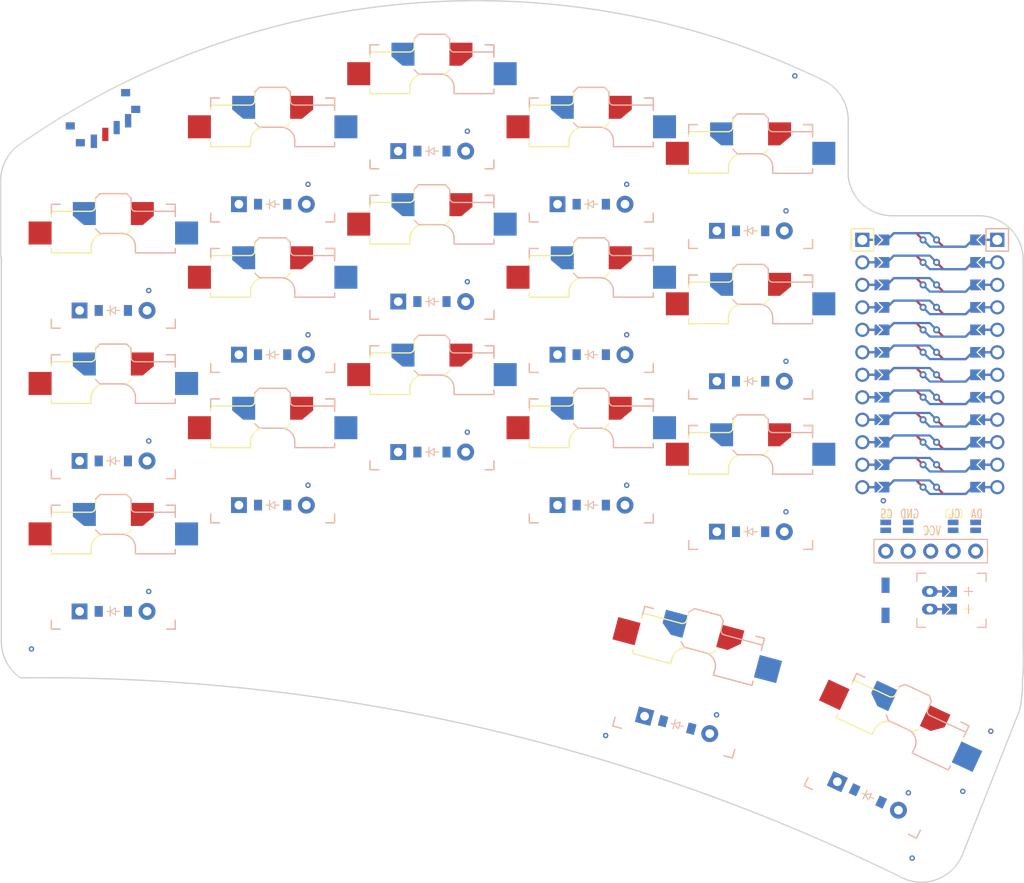
<source format=kicad_pcb>
(kicad_pcb (version 20171130) (host pcbnew 5.1.6)
  (title_block (title 3x5_2) (rev v1.0.0) (company Unknown))
  (layers (0 F.Cu signal) (31 B.Cu signal) (34 B.Paste user) (35 F.Paste user) (36 B.SilkS user) (37 F.SilkS user) (38 B.Mask user) (39 F.Mask user) (44 Edge.Cuts user))
  (net 0 "")
  (net 1 "P1")
  (net 2 "pinky_bot")
  (net 3 "pinky_mid")
  (net 4 "pinky_top")
  (net 5 "P0")
  (net 6 "ring_bot")
  (net 7 "ring_mid")
  (net 8 "ring_top")
  (net 9 "P2")
  (net 10 "middle_bot")
  (net 11 "middle_mid")
  (net 12 "middle_top")
  (net 13 "P3")
  (net 14 "index_bot")
  (net 15 "index_mid")
  (net 16 "index_top")
  (net 17 "P4")
  (net 18 "inner_bot")
  (net 19 "inner_mid")
  (net 20 "inner_top")
  (net 21 "P14")
  (net 22 "out_home")
  (net 23 "P10")
  (net 24 "in_home")
  (net 25 "P19")
  (net 26 "P20")
  (net 27 "P21")
  (net 28 "P16")
  (net 29 "P7")
  (net 30 "RAW")
  (net 31 "pos")
  (net 32 "GND")
  (net 33 "RST")
  (net 34 "VCC")
  (net 35 "P18")
  (net 36 "P15")
  (net 37 "P5")
  (net 38 "P6")
  (net 39 "P8")
  (net 40 "P9")
  (net 41 "DISP1_1")
  (net 42 "DISP1_2")
  (net 43 "DISP1_4")
  (net 44 "DISP1_5")
  (net 45 "JST1_1")
  (net 46 "JST1_2")
  (module PG1350 (layer F.Cu) (at 100 100 0)
    (fp_text reference "S1" hide)
    (pad "" np_thru_hole circle (at 0 0) (size 3.429 3.429) (drill 3.429) (layers *.Cu *.Mask))
    (pad "" np_thru_hole circle (at 5.5 0) (size 1.7018 1.7018) (drill 1.7018) (layers *.Cu *.Mask))
    (pad "" np_thru_hole circle (at -5.5 0) (size 1.7018 1.7018) (drill 1.7018) (layers *.Cu *.Mask))
    (pad "" np_thru_hole circle (at 0 -5.95) (size 3 3) (drill 3) (layers *.Cu *.Mask))
    (pad 1 smd custom (at -3.275 -5.95 0) (size 1 1) (layers B.Cu B.Paste B.Mask) (options (clearance outline) (anchor rect)) (primitives (gr_poly (pts (xy -1.3 -1.3) (xy -1.3 0.25) (xy -0.05 1.3) (xy 1.3 1.3) (xy 1.3 -1.3)) (width 0))) (net 1 "P1"))
    (pad 2 smd rect (at 8.275 -3.75 0) (size 2.6 2.6) (layers B.Cu B.Paste B.Mask) (net 2 "pinky_bot"))
    (pad "" np_thru_hole circle (at 5 -3.75 195) (size 3 3) (drill 3) (layers *.Cu *.Mask))
    (pad 1 connect custom (at 3.275 -5.95 0) (size 0.5 0.5) (layers F.Cu F.Mask) (options (clearance outline) (anchor rect)) (primitives (gr_poly (pts (xy -1.3 -1.3) (xy -1.3 1.3) (xy 0.05 1.3) (xy 1.3 0.25) (xy 1.3 -1.3)) (width 0))) (net 1 "P1"))
    (pad 2 smd rect (at -8.275 -3.75 0) (size 2.6 2.6) (layers F.Cu F.Paste F.Mask) (net 2 "pinky_bot"))
    (pad "" np_thru_hole circle (at -5 -3.75 195) (size 3 3) (drill 3) (layers *.Cu *.Mask))
  )
  (module PG1350 (layer F.Cu) (at 100 83 0)
    (fp_text reference "S2" hide)
    (pad "" np_thru_hole circle (at 0 0) (size 3.429 3.429) (drill 3.429) (layers *.Cu *.Mask))
    (pad "" np_thru_hole circle (at 5.5 0) (size 1.7018 1.7018) (drill 1.7018) (layers *.Cu *.Mask))
    (pad "" np_thru_hole circle (at -5.5 0) (size 1.7018 1.7018) (drill 1.7018) (layers *.Cu *.Mask))
    (pad "" np_thru_hole circle (at 0 -5.95) (size 3 3) (drill 3) (layers *.Cu *.Mask))
    (pad 1 smd custom (at -3.275 -5.95 0) (size 1 1) (layers B.Cu B.Paste B.Mask) (options (clearance outline) (anchor rect)) (primitives (gr_poly (pts (xy -1.3 -1.3) (xy -1.3 0.25) (xy -0.05 1.3) (xy 1.3 1.3) (xy 1.3 -1.3)) (width 0))) (net 1 "P1"))
    (pad 2 smd rect (at 8.275 -3.75 0) (size 2.6 2.6) (layers B.Cu B.Paste B.Mask) (net 3 "pinky_mid"))
    (pad "" np_thru_hole circle (at 5 -3.75 195) (size 3 3) (drill 3) (layers *.Cu *.Mask))
    (pad 1 connect custom (at 3.275 -5.95 0) (size 0.5 0.5) (layers F.Cu F.Mask) (options (clearance outline) (anchor rect)) (primitives (gr_poly (pts (xy -1.3 -1.3) (xy -1.3 1.3) (xy 0.05 1.3) (xy 1.3 0.25) (xy 1.3 -1.3)) (width 0))) (net 1 "P1"))
    (pad 2 smd rect (at -8.275 -3.75 0) (size 2.6 2.6) (layers F.Cu F.Paste F.Mask) (net 3 "pinky_mid"))
    (pad "" np_thru_hole circle (at -5 -3.75 195) (size 3 3) (drill 3) (layers *.Cu *.Mask))
  )
  (module PG1350 (layer F.Cu) (at 100 66 0)
    (fp_text reference "S3" hide)
    (pad "" np_thru_hole circle (at 0 0) (size 3.429 3.429) (drill 3.429) (layers *.Cu *.Mask))
    (pad "" np_thru_hole circle (at 5.5 0) (size 1.7018 1.7018) (drill 1.7018) (layers *.Cu *.Mask))
    (pad "" np_thru_hole circle (at -5.5 0) (size 1.7018 1.7018) (drill 1.7018) (layers *.Cu *.Mask))
    (pad "" np_thru_hole circle (at 0 -5.95) (size 3 3) (drill 3) (layers *.Cu *.Mask))
    (pad 1 smd custom (at -3.275 -5.95 0) (size 1 1) (layers B.Cu B.Paste B.Mask) (options (clearance outline) (anchor rect)) (primitives (gr_poly (pts (xy -1.3 -1.3) (xy -1.3 0.25) (xy -0.05 1.3) (xy 1.3 1.3) (xy 1.3 -1.3)) (width 0))) (net 1 "P1"))
    (pad 2 smd rect (at 8.275 -3.75 0) (size 2.6 2.6) (layers B.Cu B.Paste B.Mask) (net 4 "pinky_top"))
    (pad "" np_thru_hole circle (at 5 -3.75 195) (size 3 3) (drill 3) (layers *.Cu *.Mask))
    (pad 1 connect custom (at 3.275 -5.95 0) (size 0.5 0.5) (layers F.Cu F.Mask) (options (clearance outline) (anchor rect)) (primitives (gr_poly (pts (xy -1.3 -1.3) (xy -1.3 1.3) (xy 0.05 1.3) (xy 1.3 0.25) (xy 1.3 -1.3)) (width 0))) (net 1 "P1"))
    (pad 2 smd rect (at -8.275 -3.75 0) (size 2.6 2.6) (layers F.Cu F.Paste F.Mask) (net 4 "pinky_top"))
    (pad "" np_thru_hole circle (at -5 -3.75 195) (size 3 3) (drill 3) (layers *.Cu *.Mask))
  )
  (module PG1350 (layer F.Cu) (at 118 88 0)
    (fp_text reference "S4" hide)
    (pad "" np_thru_hole circle (at 0 0) (size 3.429 3.429) (drill 3.429) (layers *.Cu *.Mask))
    (pad "" np_thru_hole circle (at 5.5 0) (size 1.7018 1.7018) (drill 1.7018) (layers *.Cu *.Mask))
    (pad "" np_thru_hole circle (at -5.5 0) (size 1.7018 1.7018) (drill 1.7018) (layers *.Cu *.Mask))
    (pad "" np_thru_hole circle (at 0 -5.95) (size 3 3) (drill 3) (layers *.Cu *.Mask))
    (pad 1 smd custom (at -3.275 -5.95 0) (size 1 1) (layers B.Cu B.Paste B.Mask) (options (clearance outline) (anchor rect)) (primitives (gr_poly (pts (xy -1.3 -1.3) (xy -1.3 0.25) (xy -0.05 1.3) (xy 1.3 1.3) (xy 1.3 -1.3)) (width 0))) (net 5 "P0"))
    (pad 2 smd rect (at 8.275 -3.75 0) (size 2.6 2.6) (layers B.Cu B.Paste B.Mask) (net 6 "ring_bot"))
    (pad "" np_thru_hole circle (at 5 -3.75 195) (size 3 3) (drill 3) (layers *.Cu *.Mask))
    (pad 1 connect custom (at 3.275 -5.95 0) (size 0.5 0.5) (layers F.Cu F.Mask) (options (clearance outline) (anchor rect)) (primitives (gr_poly (pts (xy -1.3 -1.3) (xy -1.3 1.3) (xy 0.05 1.3) (xy 1.3 0.25) (xy 1.3 -1.3)) (width 0))) (net 5 "P0"))
    (pad 2 smd rect (at -8.275 -3.75 0) (size 2.6 2.6) (layers F.Cu F.Paste F.Mask) (net 6 "ring_bot"))
    (pad "" np_thru_hole circle (at -5 -3.75 195) (size 3 3) (drill 3) (layers *.Cu *.Mask))
  )
  (module PG1350 (layer F.Cu) (at 118 71 0)
    (fp_text reference "S5" hide)
    (pad "" np_thru_hole circle (at 0 0) (size 3.429 3.429) (drill 3.429) (layers *.Cu *.Mask))
    (pad "" np_thru_hole circle (at 5.5 0) (size 1.7018 1.7018) (drill 1.7018) (layers *.Cu *.Mask))
    (pad "" np_thru_hole circle (at -5.5 0) (size 1.7018 1.7018) (drill 1.7018) (layers *.Cu *.Mask))
    (pad "" np_thru_hole circle (at 0 -5.95) (size 3 3) (drill 3) (layers *.Cu *.Mask))
    (pad 1 smd custom (at -3.275 -5.95 0) (size 1 1) (layers B.Cu B.Paste B.Mask) (options (clearance outline) (anchor rect)) (primitives (gr_poly (pts (xy -1.3 -1.3) (xy -1.3 0.25) (xy -0.05 1.3) (xy 1.3 1.3) (xy 1.3 -1.3)) (width 0))) (net 5 "P0"))
    (pad 2 smd rect (at 8.275 -3.75 0) (size 2.6 2.6) (layers B.Cu B.Paste B.Mask) (net 7 "ring_mid"))
    (pad "" np_thru_hole circle (at 5 -3.75 195) (size 3 3) (drill 3) (layers *.Cu *.Mask))
    (pad 1 connect custom (at 3.275 -5.95 0) (size 0.5 0.5) (layers F.Cu F.Mask) (options (clearance outline) (anchor rect)) (primitives (gr_poly (pts (xy -1.3 -1.3) (xy -1.3 1.3) (xy 0.05 1.3) (xy 1.3 0.25) (xy 1.3 -1.3)) (width 0))) (net 5 "P0"))
    (pad 2 smd rect (at -8.275 -3.75 0) (size 2.6 2.6) (layers F.Cu F.Paste F.Mask) (net 7 "ring_mid"))
    (pad "" np_thru_hole circle (at -5 -3.75 195) (size 3 3) (drill 3) (layers *.Cu *.Mask))
  )
  (module PG1350 (layer F.Cu) (at 118 54 0)
    (fp_text reference "S6" hide)
    (pad "" np_thru_hole circle (at 0 0) (size 3.429 3.429) (drill 3.429) (layers *.Cu *.Mask))
    (pad "" np_thru_hole circle (at 5.5 0) (size 1.7018 1.7018) (drill 1.7018) (layers *.Cu *.Mask))
    (pad "" np_thru_hole circle (at -5.5 0) (size 1.7018 1.7018) (drill 1.7018) (layers *.Cu *.Mask))
    (pad "" np_thru_hole circle (at 0 -5.95) (size 3 3) (drill 3) (layers *.Cu *.Mask))
    (pad 1 smd custom (at -3.275 -5.95 0) (size 1 1) (layers B.Cu B.Paste B.Mask) (options (clearance outline) (anchor rect)) (primitives (gr_poly (pts (xy -1.3 -1.3) (xy -1.3 0.25) (xy -0.05 1.3) (xy 1.3 1.3) (xy 1.3 -1.3)) (width 0))) (net 5 "P0"))
    (pad 2 smd rect (at 8.275 -3.75 0) (size 2.6 2.6) (layers B.Cu B.Paste B.Mask) (net 8 "ring_top"))
    (pad "" np_thru_hole circle (at 5 -3.75 195) (size 3 3) (drill 3) (layers *.Cu *.Mask))
    (pad 1 connect custom (at 3.275 -5.95 0) (size 0.5 0.5) (layers F.Cu F.Mask) (options (clearance outline) (anchor rect)) (primitives (gr_poly (pts (xy -1.3 -1.3) (xy -1.3 1.3) (xy 0.05 1.3) (xy 1.3 0.25) (xy 1.3 -1.3)) (width 0))) (net 5 "P0"))
    (pad 2 smd rect (at -8.275 -3.75 0) (size 2.6 2.6) (layers F.Cu F.Paste F.Mask) (net 8 "ring_top"))
    (pad "" np_thru_hole circle (at -5 -3.75 195) (size 3 3) (drill 3) (layers *.Cu *.Mask))
  )
  (module PG1350 (layer F.Cu) (at 136 82 0)
    (fp_text reference "S7" hide)
    (pad "" np_thru_hole circle (at 0 0) (size 3.429 3.429) (drill 3.429) (layers *.Cu *.Mask))
    (pad "" np_thru_hole circle (at 5.5 0) (size 1.7018 1.7018) (drill 1.7018) (layers *.Cu *.Mask))
    (pad "" np_thru_hole circle (at -5.5 0) (size 1.7018 1.7018) (drill 1.7018) (layers *.Cu *.Mask))
    (pad "" np_thru_hole circle (at 0 -5.95) (size 3 3) (drill 3) (layers *.Cu *.Mask))
    (pad 1 smd custom (at -3.275 -5.95 0) (size 1 1) (layers B.Cu B.Paste B.Mask) (options (clearance outline) (anchor rect)) (primitives (gr_poly (pts (xy -1.3 -1.3) (xy -1.3 0.25) (xy -0.05 1.3) (xy 1.3 1.3) (xy 1.3 -1.3)) (width 0))) (net 9 "P2"))
    (pad 2 smd rect (at 8.275 -3.75 0) (size 2.6 2.6) (layers B.Cu B.Paste B.Mask) (net 10 "middle_bot"))
    (pad "" np_thru_hole circle (at 5 -3.75 195) (size 3 3) (drill 3) (layers *.Cu *.Mask))
    (pad 1 connect custom (at 3.275 -5.95 0) (size 0.5 0.5) (layers F.Cu F.Mask) (options (clearance outline) (anchor rect)) (primitives (gr_poly (pts (xy -1.3 -1.3) (xy -1.3 1.3) (xy 0.05 1.3) (xy 1.3 0.25) (xy 1.3 -1.3)) (width 0))) (net 9 "P2"))
    (pad 2 smd rect (at -8.275 -3.75 0) (size 2.6 2.6) (layers F.Cu F.Paste F.Mask) (net 10 "middle_bot"))
    (pad "" np_thru_hole circle (at -5 -3.75 195) (size 3 3) (drill 3) (layers *.Cu *.Mask))
  )
  (module PG1350 (layer F.Cu) (at 136 65 0)
    (fp_text reference "S8" hide)
    (pad "" np_thru_hole circle (at 0 0) (size 3.429 3.429) (drill 3.429) (layers *.Cu *.Mask))
    (pad "" np_thru_hole circle (at 5.5 0) (size 1.7018 1.7018) (drill 1.7018) (layers *.Cu *.Mask))
    (pad "" np_thru_hole circle (at -5.5 0) (size 1.7018 1.7018) (drill 1.7018) (layers *.Cu *.Mask))
    (pad "" np_thru_hole circle (at 0 -5.95) (size 3 3) (drill 3) (layers *.Cu *.Mask))
    (pad 1 smd custom (at -3.275 -5.95 0) (size 1 1) (layers B.Cu B.Paste B.Mask) (options (clearance outline) (anchor rect)) (primitives (gr_poly (pts (xy -1.3 -1.3) (xy -1.3 0.25) (xy -0.05 1.3) (xy 1.3 1.3) (xy 1.3 -1.3)) (width 0))) (net 9 "P2"))
    (pad 2 smd rect (at 8.275 -3.75 0) (size 2.6 2.6) (layers B.Cu B.Paste B.Mask) (net 11 "middle_mid"))
    (pad "" np_thru_hole circle (at 5 -3.75 195) (size 3 3) (drill 3) (layers *.Cu *.Mask))
    (pad 1 connect custom (at 3.275 -5.95 0) (size 0.5 0.5) (layers F.Cu F.Mask) (options (clearance outline) (anchor rect)) (primitives (gr_poly (pts (xy -1.3 -1.3) (xy -1.3 1.3) (xy 0.05 1.3) (xy 1.3 0.25) (xy 1.3 -1.3)) (width 0))) (net 9 "P2"))
    (pad 2 smd rect (at -8.275 -3.75 0) (size 2.6 2.6) (layers F.Cu F.Paste F.Mask) (net 11 "middle_mid"))
    (pad "" np_thru_hole circle (at -5 -3.75 195) (size 3 3) (drill 3) (layers *.Cu *.Mask))
  )
  (module PG1350 (layer F.Cu) (at 136 48 0)
    (fp_text reference "S9" hide)
    (pad "" np_thru_hole circle (at 0 0) (size 3.429 3.429) (drill 3.429) (layers *.Cu *.Mask))
    (pad "" np_thru_hole circle (at 5.5 0) (size 1.7018 1.7018) (drill 1.7018) (layers *.Cu *.Mask))
    (pad "" np_thru_hole circle (at -5.5 0) (size 1.7018 1.7018) (drill 1.7018) (layers *.Cu *.Mask))
    (pad "" np_thru_hole circle (at 0 -5.95) (size 3 3) (drill 3) (layers *.Cu *.Mask))
    (pad 1 smd custom (at -3.275 -5.95 0) (size 1 1) (layers B.Cu B.Paste B.Mask) (options (clearance outline) (anchor rect)) (primitives (gr_poly (pts (xy -1.3 -1.3) (xy -1.3 0.25) (xy -0.05 1.3) (xy 1.3 1.3) (xy 1.3 -1.3)) (width 0))) (net 9 "P2"))
    (pad 2 smd rect (at 8.275 -3.75 0) (size 2.6 2.6) (layers B.Cu B.Paste B.Mask) (net 12 "middle_top"))
    (pad "" np_thru_hole circle (at 5 -3.75 195) (size 3 3) (drill 3) (layers *.Cu *.Mask))
    (pad 1 connect custom (at 3.275 -5.95 0) (size 0.5 0.5) (layers F.Cu F.Mask) (options (clearance outline) (anchor rect)) (primitives (gr_poly (pts (xy -1.3 -1.3) (xy -1.3 1.3) (xy 0.05 1.3) (xy 1.3 0.25) (xy 1.3 -1.3)) (width 0))) (net 9 "P2"))
    (pad 2 smd rect (at -8.275 -3.75 0) (size 2.6 2.6) (layers F.Cu F.Paste F.Mask) (net 12 "middle_top"))
    (pad "" np_thru_hole circle (at -5 -3.75 195) (size 3 3) (drill 3) (layers *.Cu *.Mask))
  )
  (module PG1350 (layer F.Cu) (at 154 88 0)
    (fp_text reference "S10" hide)
    (pad "" np_thru_hole circle (at 0 0) (size 3.429 3.429) (drill 3.429) (layers *.Cu *.Mask))
    (pad "" np_thru_hole circle (at 5.5 0) (size 1.7018 1.7018) (drill 1.7018) (layers *.Cu *.Mask))
    (pad "" np_thru_hole circle (at -5.5 0) (size 1.7018 1.7018) (drill 1.7018) (layers *.Cu *.Mask))
    (pad "" np_thru_hole circle (at 0 -5.95) (size 3 3) (drill 3) (layers *.Cu *.Mask))
    (pad 1 smd custom (at -3.275 -5.95 0) (size 1 1) (layers B.Cu B.Paste B.Mask) (options (clearance outline) (anchor rect)) (primitives (gr_poly (pts (xy -1.3 -1.3) (xy -1.3 0.25) (xy -0.05 1.3) (xy 1.3 1.3) (xy 1.3 -1.3)) (width 0))) (net 13 "P3"))
    (pad 2 smd rect (at 8.275 -3.75 0) (size 2.6 2.6) (layers B.Cu B.Paste B.Mask) (net 14 "index_bot"))
    (pad "" np_thru_hole circle (at 5 -3.75 195) (size 3 3) (drill 3) (layers *.Cu *.Mask))
    (pad 1 connect custom (at 3.275 -5.95 0) (size 0.5 0.5) (layers F.Cu F.Mask) (options (clearance outline) (anchor rect)) (primitives (gr_poly (pts (xy -1.3 -1.3) (xy -1.3 1.3) (xy 0.05 1.3) (xy 1.3 0.25) (xy 1.3 -1.3)) (width 0))) (net 13 "P3"))
    (pad 2 smd rect (at -8.275 -3.75 0) (size 2.6 2.6) (layers F.Cu F.Paste F.Mask) (net 14 "index_bot"))
    (pad "" np_thru_hole circle (at -5 -3.75 195) (size 3 3) (drill 3) (layers *.Cu *.Mask))
  )
  (module PG1350 (layer F.Cu) (at 154 71 0)
    (fp_text reference "S11" hide)
    (pad "" np_thru_hole circle (at 0 0) (size 3.429 3.429) (drill 3.429) (layers *.Cu *.Mask))
    (pad "" np_thru_hole circle (at 5.5 0) (size 1.7018 1.7018) (drill 1.7018) (layers *.Cu *.Mask))
    (pad "" np_thru_hole circle (at -5.5 0) (size 1.7018 1.7018) (drill 1.7018) (layers *.Cu *.Mask))
    (pad "" np_thru_hole circle (at 0 -5.95) (size 3 3) (drill 3) (layers *.Cu *.Mask))
    (pad 1 smd custom (at -3.275 -5.95 0) (size 1 1) (layers B.Cu B.Paste B.Mask) (options (clearance outline) (anchor rect)) (primitives (gr_poly (pts (xy -1.3 -1.3) (xy -1.3 0.25) (xy -0.05 1.3) (xy 1.3 1.3) (xy 1.3 -1.3)) (width 0))) (net 13 "P3"))
    (pad 2 smd rect (at 8.275 -3.75 0) (size 2.6 2.6) (layers B.Cu B.Paste B.Mask) (net 15 "index_mid"))
    (pad "" np_thru_hole circle (at 5 -3.75 195) (size 3 3) (drill 3) (layers *.Cu *.Mask))
    (pad 1 connect custom (at 3.275 -5.95 0) (size 0.5 0.5) (layers F.Cu F.Mask) (options (clearance outline) (anchor rect)) (primitives (gr_poly (pts (xy -1.3 -1.3) (xy -1.3 1.3) (xy 0.05 1.3) (xy 1.3 0.25) (xy 1.3 -1.3)) (width 0))) (net 13 "P3"))
    (pad 2 smd rect (at -8.275 -3.75 0) (size 2.6 2.6) (layers F.Cu F.Paste F.Mask) (net 15 "index_mid"))
    (pad "" np_thru_hole circle (at -5 -3.75 195) (size 3 3) (drill 3) (layers *.Cu *.Mask))
  )
  (module PG1350 (layer F.Cu) (at 154 54 0)
    (fp_text reference "S12" hide)
    (pad "" np_thru_hole circle (at 0 0) (size 3.429 3.429) (drill 3.429) (layers *.Cu *.Mask))
    (pad "" np_thru_hole circle (at 5.5 0) (size 1.7018 1.7018) (drill 1.7018) (layers *.Cu *.Mask))
    (pad "" np_thru_hole circle (at -5.5 0) (size 1.7018 1.7018) (drill 1.7018) (layers *.Cu *.Mask))
    (pad "" np_thru_hole circle (at 0 -5.95) (size 3 3) (drill 3) (layers *.Cu *.Mask))
    (pad 1 smd custom (at -3.275 -5.95 0) (size 1 1) (layers B.Cu B.Paste B.Mask) (options (clearance outline) (anchor rect)) (primitives (gr_poly (pts (xy -1.3 -1.3) (xy -1.3 0.25) (xy -0.05 1.3) (xy 1.3 1.3) (xy 1.3 -1.3)) (width 0))) (net 13 "P3"))
    (pad 2 smd rect (at 8.275 -3.75 0) (size 2.6 2.6) (layers B.Cu B.Paste B.Mask) (net 16 "index_top"))
    (pad "" np_thru_hole circle (at 5 -3.75 195) (size 3 3) (drill 3) (layers *.Cu *.Mask))
    (pad 1 connect custom (at 3.275 -5.95 0) (size 0.5 0.5) (layers F.Cu F.Mask) (options (clearance outline) (anchor rect)) (primitives (gr_poly (pts (xy -1.3 -1.3) (xy -1.3 1.3) (xy 0.05 1.3) (xy 1.3 0.25) (xy 1.3 -1.3)) (width 0))) (net 13 "P3"))
    (pad 2 smd rect (at -8.275 -3.75 0) (size 2.6 2.6) (layers F.Cu F.Paste F.Mask) (net 16 "index_top"))
    (pad "" np_thru_hole circle (at -5 -3.75 195) (size 3 3) (drill 3) (layers *.Cu *.Mask))
  )
  (module PG1350 (layer F.Cu) (at 172 91 0)
    (fp_text reference "S13" hide)
    (pad "" np_thru_hole circle (at 0 0) (size 3.429 3.429) (drill 3.429) (layers *.Cu *.Mask))
    (pad "" np_thru_hole circle (at 5.5 0) (size 1.7018 1.7018) (drill 1.7018) (layers *.Cu *.Mask))
    (pad "" np_thru_hole circle (at -5.5 0) (size 1.7018 1.7018) (drill 1.7018) (layers *.Cu *.Mask))
    (pad "" np_thru_hole circle (at 0 -5.95) (size 3 3) (drill 3) (layers *.Cu *.Mask))
    (pad 1 smd custom (at -3.275 -5.95 0) (size 1 1) (layers B.Cu B.Paste B.Mask) (options (clearance outline) (anchor rect)) (primitives (gr_poly (pts (xy -1.3 -1.3) (xy -1.3 0.25) (xy -0.05 1.3) (xy 1.3 1.3) (xy 1.3 -1.3)) (width 0))) (net 17 "P4"))
    (pad 2 smd rect (at 8.275 -3.75 0) (size 2.6 2.6) (layers B.Cu B.Paste B.Mask) (net 18 "inner_bot"))
    (pad "" np_thru_hole circle (at 5 -3.75 195) (size 3 3) (drill 3) (layers *.Cu *.Mask))
    (pad 1 connect custom (at 3.275 -5.95 0) (size 0.5 0.5) (layers F.Cu F.Mask) (options (clearance outline) (anchor rect)) (primitives (gr_poly (pts (xy -1.3 -1.3) (xy -1.3 1.3) (xy 0.05 1.3) (xy 1.3 0.25) (xy 1.3 -1.3)) (width 0))) (net 17 "P4"))
    (pad 2 smd rect (at -8.275 -3.75 0) (size 2.6 2.6) (layers F.Cu F.Paste F.Mask) (net 18 "inner_bot"))
    (pad "" np_thru_hole circle (at -5 -3.75 195) (size 3 3) (drill 3) (layers *.Cu *.Mask))
  )
  (module PG1350 (layer F.Cu) (at 172 74 0)
    (fp_text reference "S14" hide)
    (pad "" np_thru_hole circle (at 0 0) (size 3.429 3.429) (drill 3.429) (layers *.Cu *.Mask))
    (pad "" np_thru_hole circle (at 5.5 0) (size 1.7018 1.7018) (drill 1.7018) (layers *.Cu *.Mask))
    (pad "" np_thru_hole circle (at -5.5 0) (size 1.7018 1.7018) (drill 1.7018) (layers *.Cu *.Mask))
    (pad "" np_thru_hole circle (at 0 -5.95) (size 3 3) (drill 3) (layers *.Cu *.Mask))
    (pad 1 smd custom (at -3.275 -5.95 0) (size 1 1) (layers B.Cu B.Paste B.Mask) (options (clearance outline) (anchor rect)) (primitives (gr_poly (pts (xy -1.3 -1.3) (xy -1.3 0.25) (xy -0.05 1.3) (xy 1.3 1.3) (xy 1.3 -1.3)) (width 0))) (net 17 "P4"))
    (pad 2 smd rect (at 8.275 -3.75 0) (size 2.6 2.6) (layers B.Cu B.Paste B.Mask) (net 19 "inner_mid"))
    (pad "" np_thru_hole circle (at 5 -3.75 195) (size 3 3) (drill 3) (layers *.Cu *.Mask))
    (pad 1 connect custom (at 3.275 -5.95 0) (size 0.5 0.5) (layers F.Cu F.Mask) (options (clearance outline) (anchor rect)) (primitives (gr_poly (pts (xy -1.3 -1.3) (xy -1.3 1.3) (xy 0.05 1.3) (xy 1.3 0.25) (xy 1.3 -1.3)) (width 0))) (net 17 "P4"))
    (pad 2 smd rect (at -8.275 -3.75 0) (size 2.6 2.6) (layers F.Cu F.Paste F.Mask) (net 19 "inner_mid"))
    (pad "" np_thru_hole circle (at -5 -3.75 195) (size 3 3) (drill 3) (layers *.Cu *.Mask))
  )
  (module PG1350 (layer F.Cu) (at 172 57 0)
    (fp_text reference "S15" hide)
    (pad "" np_thru_hole circle (at 0 0) (size 3.429 3.429) (drill 3.429) (layers *.Cu *.Mask))
    (pad "" np_thru_hole circle (at 5.5 0) (size 1.7018 1.7018) (drill 1.7018) (layers *.Cu *.Mask))
    (pad "" np_thru_hole circle (at -5.5 0) (size 1.7018 1.7018) (drill 1.7018) (layers *.Cu *.Mask))
    (pad "" np_thru_hole circle (at 0 -5.95) (size 3 3) (drill 3) (layers *.Cu *.Mask))
    (pad 1 smd custom (at -3.275 -5.95 0) (size 1 1) (layers B.Cu B.Paste B.Mask) (options (clearance outline) (anchor rect)) (primitives (gr_poly (pts (xy -1.3 -1.3) (xy -1.3 0.25) (xy -0.05 1.3) (xy 1.3 1.3) (xy 1.3 -1.3)) (width 0))) (net 17 "P4"))
    (pad 2 smd rect (at 8.275 -3.75 0) (size 2.6 2.6) (layers B.Cu B.Paste B.Mask) (net 20 "inner_top"))
    (pad "" np_thru_hole circle (at 5 -3.75 195) (size 3 3) (drill 3) (layers *.Cu *.Mask))
    (pad 1 connect custom (at 3.275 -5.95 0) (size 0.5 0.5) (layers F.Cu F.Mask) (options (clearance outline) (anchor rect)) (primitives (gr_poly (pts (xy -1.3 -1.3) (xy -1.3 1.3) (xy 0.05 1.3) (xy 1.3 0.25) (xy 1.3 -1.3)) (width 0))) (net 17 "P4"))
    (pad 2 smd rect (at -8.275 -3.75 0) (size 2.6 2.6) (layers F.Cu F.Paste F.Mask) (net 20 "inner_top"))
    (pad "" np_thru_hole circle (at -5 -3.75 195) (size 3 3) (drill 3) (layers *.Cu *.Mask))
  )
  (module PG1350 (layer F.Cu) (at 165 113 -15)
    (fp_text reference "S16" hide)
    (pad "" np_thru_hole circle (at 0 0) (size 3.429 3.429) (drill 3.429) (layers *.Cu *.Mask))
    (pad "" np_thru_hole circle (at 5.5 0) (size 1.7018 1.7018) (drill 1.7018) (layers *.Cu *.Mask))
    (pad "" np_thru_hole circle (at -5.5 0) (size 1.7018 1.7018) (drill 1.7018) (layers *.Cu *.Mask))
    (pad "" np_thru_hole circle (at 0 -5.95) (size 3 3) (drill 3) (layers *.Cu *.Mask))
    (pad 1 smd custom (at -3.275 -5.95 -15) (size 1 1) (layers B.Cu B.Paste B.Mask) (options (clearance outline) (anchor rect)) (primitives (gr_poly (pts (xy -1.3 -1.3) (xy -1.3 0.25) (xy -0.05 1.3) (xy 1.3 1.3) (xy 1.3 -1.3)) (width 0))) (net 21 "P14"))
    (pad 2 smd rect (at 8.275 -3.75 -15) (size 2.6 2.6) (layers B.Cu B.Paste B.Mask) (net 22 "out_home"))
    (pad "" np_thru_hole circle (at 5 -3.75 195) (size 3 3) (drill 3) (layers *.Cu *.Mask))
    (pad 1 connect custom (at 3.275 -5.95 -15) (size 0.5 0.5) (layers F.Cu F.Mask) (options (clearance outline) (anchor rect)) (primitives (gr_poly (pts (xy -1.3 -1.3) (xy -1.3 1.3) (xy 0.05 1.3) (xy 1.3 0.25) (xy 1.3 -1.3)) (width 0))) (net 21 "P14"))
    (pad 2 smd rect (at -8.275 -3.75 -15) (size 2.6 2.6) (layers F.Cu F.Paste F.Mask) (net 22 "out_home"))
    (pad "" np_thru_hole circle (at -5 -3.75 195) (size 3 3) (drill 3) (layers *.Cu *.Mask))
  )
  (module PG1350 (layer F.Cu) (at 187.3680548 121.3228736 -25)
    (fp_text reference "S17" hide)
    (pad "" np_thru_hole circle (at 0 0) (size 3.429 3.429) (drill 3.429) (layers *.Cu *.Mask))
    (pad "" np_thru_hole circle (at 5.5 0) (size 1.7018 1.7018) (drill 1.7018) (layers *.Cu *.Mask))
    (pad "" np_thru_hole circle (at -5.5 0) (size 1.7018 1.7018) (drill 1.7018) (layers *.Cu *.Mask))
    (pad "" np_thru_hole circle (at 0 -5.95) (size 3 3) (drill 3) (layers *.Cu *.Mask))
    (pad 1 smd custom (at -3.275 -5.95 -25) (size 1 1) (layers B.Cu B.Paste B.Mask) (options (clearance outline) (anchor rect)) (primitives (gr_poly (pts (xy -1.3 -1.3) (xy -1.3 0.25) (xy -0.05 1.3) (xy 1.3 1.3) (xy 1.3 -1.3)) (width 0))) (net 23 "P10"))
    (pad 2 smd rect (at 8.275 -3.75 -25) (size 2.6 2.6) (layers B.Cu B.Paste B.Mask) (net 24 "in_home"))
    (pad "" np_thru_hole circle (at 5 -3.75 195) (size 3 3) (drill 3) (layers *.Cu *.Mask))
    (pad 1 connect custom (at 3.275 -5.95 -25) (size 0.5 0.5) (layers F.Cu F.Mask) (options (clearance outline) (anchor rect)) (primitives (gr_poly (pts (xy -1.3 -1.3) (xy -1.3 1.3) (xy 0.05 1.3) (xy 1.3 0.25) (xy 1.3 -1.3)) (width 0))) (net 23 "P10"))
    (pad 2 smd rect (at -8.275 -3.75 -25) (size 2.6 2.6) (layers F.Cu F.Paste F.Mask) (net 24 "in_home"))
    (pad "" np_thru_hole circle (at -5 -3.75 195) (size 3 3) (drill 3) (layers *.Cu *.Mask))
  )
  (module ComboDiode (layer F.Cu) (at 100 105 0)
    (fp_text reference "D1" hide)
    (fp_text value "" hide)
    (pad 1 smd rect (at -1.65 0 0) (size 0.9 1.2) (layers F.Cu F.Paste F.Mask) (net 25 "P19"))
    (pad 2 smd rect (at 1.65 0 0) (size 0.9 1.2) (layers B.Cu B.Paste B.Mask) (net 2 "pinky_bot"))
    (pad 1 smd rect (at -1.65 0 0) (size 0.9 1.2) (layers B.Cu B.Paste B.Mask) (net 25 "P19"))
    (pad 2 smd rect (at 1.65 0 0) (size 0.9 1.2) (layers F.Cu F.Paste F.Mask) (net 2 "pinky_bot"))
    (pad 1 thru_hole rect (at -3.81 0 0) (size 1.778 1.778) (drill 0.9906) (layers *.Cu *.Mask) (net 25 "P19"))
    (pad 2 thru_hole circle (at 3.81 0 0) (size 1.905 1.905) (drill 0.9906) (layers *.Cu *.Mask) (net 2 "pinky_bot"))
  )
  (module ComboDiode (layer F.Cu) (at 100 88 0)
    (fp_text reference "D2" hide)
    (fp_text value "" hide)
    (pad 1 smd rect (at -1.65 0 0) (size 0.9 1.2) (layers F.Cu F.Paste F.Mask) (net 26 "P20"))
    (pad 2 smd rect (at 1.65 0 0) (size 0.9 1.2) (layers B.Cu B.Paste B.Mask) (net 3 "pinky_mid"))
    (pad 1 smd rect (at -1.65 0 0) (size 0.9 1.2) (layers B.Cu B.Paste B.Mask) (net 26 "P20"))
    (pad 2 smd rect (at 1.65 0 0) (size 0.9 1.2) (layers F.Cu F.Paste F.Mask) (net 3 "pinky_mid"))
    (pad 1 thru_hole rect (at -3.81 0 0) (size 1.778 1.778) (drill 0.9906) (layers *.Cu *.Mask) (net 26 "P20"))
    (pad 2 thru_hole circle (at 3.81 0 0) (size 1.905 1.905) (drill 0.9906) (layers *.Cu *.Mask) (net 3 "pinky_mid"))
  )
  (module ComboDiode (layer F.Cu) (at 100 71 0)
    (fp_text reference "D3" hide)
    (fp_text value "" hide)
    (pad 1 smd rect (at -1.65 0 0) (size 0.9 1.2) (layers F.Cu F.Paste F.Mask) (net 27 "P21"))
    (pad 2 smd rect (at 1.65 0 0) (size 0.9 1.2) (layers B.Cu B.Paste B.Mask) (net 4 "pinky_top"))
    (pad 1 smd rect (at -1.65 0 0) (size 0.9 1.2) (layers B.Cu B.Paste B.Mask) (net 27 "P21"))
    (pad 2 smd rect (at 1.65 0 0) (size 0.9 1.2) (layers F.Cu F.Paste F.Mask) (net 4 "pinky_top"))
    (pad 1 thru_hole rect (at -3.81 0 0) (size 1.778 1.778) (drill 0.9906) (layers *.Cu *.Mask) (net 27 "P21"))
    (pad 2 thru_hole circle (at 3.81 0 0) (size 1.905 1.905) (drill 0.9906) (layers *.Cu *.Mask) (net 4 "pinky_top"))
  )
  (module ComboDiode (layer F.Cu) (at 118 93 0)
    (fp_text reference "D4" hide)
    (fp_text value "" hide)
    (pad 1 smd rect (at -1.65 0 0) (size 0.9 1.2) (layers F.Cu F.Paste F.Mask) (net 25 "P19"))
    (pad 2 smd rect (at 1.65 0 0) (size 0.9 1.2) (layers B.Cu B.Paste B.Mask) (net 6 "ring_bot"))
    (pad 1 smd rect (at -1.65 0 0) (size 0.9 1.2) (layers B.Cu B.Paste B.Mask) (net 25 "P19"))
    (pad 2 smd rect (at 1.65 0 0) (size 0.9 1.2) (layers F.Cu F.Paste F.Mask) (net 6 "ring_bot"))
    (pad 1 thru_hole rect (at -3.81 0 0) (size 1.778 1.778) (drill 0.9906) (layers *.Cu *.Mask) (net 25 "P19"))
    (pad 2 thru_hole circle (at 3.81 0 0) (size 1.905 1.905) (drill 0.9906) (layers *.Cu *.Mask) (net 6 "ring_bot"))
  )
  (module ComboDiode (layer F.Cu) (at 118 76 0)
    (fp_text reference "D5" hide)
    (fp_text value "" hide)
    (pad 1 smd rect (at -1.65 0 0) (size 0.9 1.2) (layers F.Cu F.Paste F.Mask) (net 26 "P20"))
    (pad 2 smd rect (at 1.65 0 0) (size 0.9 1.2) (layers B.Cu B.Paste B.Mask) (net 7 "ring_mid"))
    (pad 1 smd rect (at -1.65 0 0) (size 0.9 1.2) (layers B.Cu B.Paste B.Mask) (net 26 "P20"))
    (pad 2 smd rect (at 1.65 0 0) (size 0.9 1.2) (layers F.Cu F.Paste F.Mask) (net 7 "ring_mid"))
    (pad 1 thru_hole rect (at -3.81 0 0) (size 1.778 1.778) (drill 0.9906) (layers *.Cu *.Mask) (net 26 "P20"))
    (pad 2 thru_hole circle (at 3.81 0 0) (size 1.905 1.905) (drill 0.9906) (layers *.Cu *.Mask) (net 7 "ring_mid"))
  )
  (module ComboDiode (layer F.Cu) (at 118 59 0)
    (fp_text reference "D6" hide)
    (fp_text value "" hide)
    (pad 1 smd rect (at -1.65 0 0) (size 0.9 1.2) (layers F.Cu F.Paste F.Mask) (net 27 "P21"))
    (pad 2 smd rect (at 1.65 0 0) (size 0.9 1.2) (layers B.Cu B.Paste B.Mask) (net 8 "ring_top"))
    (pad 1 smd rect (at -1.65 0 0) (size 0.9 1.2) (layers B.Cu B.Paste B.Mask) (net 27 "P21"))
    (pad 2 smd rect (at 1.65 0 0) (size 0.9 1.2) (layers F.Cu F.Paste F.Mask) (net 8 "ring_top"))
    (pad 1 thru_hole rect (at -3.81 0 0) (size 1.778 1.778) (drill 0.9906) (layers *.Cu *.Mask) (net 27 "P21"))
    (pad 2 thru_hole circle (at 3.81 0 0) (size 1.905 1.905) (drill 0.9906) (layers *.Cu *.Mask) (net 8 "ring_top"))
  )
  (module ComboDiode (layer F.Cu) (at 136 87 0)
    (fp_text reference "D7" hide)
    (fp_text value "" hide)
    (pad 1 smd rect (at -1.65 0 0) (size 0.9 1.2) (layers F.Cu F.Paste F.Mask) (net 25 "P19"))
    (pad 2 smd rect (at 1.65 0 0) (size 0.9 1.2) (layers B.Cu B.Paste B.Mask) (net 10 "middle_bot"))
    (pad 1 smd rect (at -1.65 0 0) (size 0.9 1.2) (layers B.Cu B.Paste B.Mask) (net 25 "P19"))
    (pad 2 smd rect (at 1.65 0 0) (size 0.9 1.2) (layers F.Cu F.Paste F.Mask) (net 10 "middle_bot"))
    (pad 1 thru_hole rect (at -3.81 0 0) (size 1.778 1.778) (drill 0.9906) (layers *.Cu *.Mask) (net 25 "P19"))
    (pad 2 thru_hole circle (at 3.81 0 0) (size 1.905 1.905) (drill 0.9906) (layers *.Cu *.Mask) (net 10 "middle_bot"))
  )
  (module ComboDiode (layer F.Cu) (at 136 70 0)
    (fp_text reference "D8" hide)
    (fp_text value "" hide)
    (pad 1 smd rect (at -1.65 0 0) (size 0.9 1.2) (layers F.Cu F.Paste F.Mask) (net 26 "P20"))
    (pad 2 smd rect (at 1.65 0 0) (size 0.9 1.2) (layers B.Cu B.Paste B.Mask) (net 11 "middle_mid"))
    (pad 1 smd rect (at -1.65 0 0) (size 0.9 1.2) (layers B.Cu B.Paste B.Mask) (net 26 "P20"))
    (pad 2 smd rect (at 1.65 0 0) (size 0.9 1.2) (layers F.Cu F.Paste F.Mask) (net 11 "middle_mid"))
    (pad 1 thru_hole rect (at -3.81 0 0) (size 1.778 1.778) (drill 0.9906) (layers *.Cu *.Mask) (net 26 "P20"))
    (pad 2 thru_hole circle (at 3.81 0 0) (size 1.905 1.905) (drill 0.9906) (layers *.Cu *.Mask) (net 11 "middle_mid"))
  )
  (module ComboDiode (layer F.Cu) (at 136 53 0)
    (fp_text reference "D9" hide)
    (fp_text value "" hide)
    (pad 1 smd rect (at -1.65 0 0) (size 0.9 1.2) (layers F.Cu F.Paste F.Mask) (net 27 "P21"))
    (pad 2 smd rect (at 1.65 0 0) (size 0.9 1.2) (layers B.Cu B.Paste B.Mask) (net 12 "middle_top"))
    (pad 1 smd rect (at -1.65 0 0) (size 0.9 1.2) (layers B.Cu B.Paste B.Mask) (net 27 "P21"))
    (pad 2 smd rect (at 1.65 0 0) (size 0.9 1.2) (layers F.Cu F.Paste F.Mask) (net 12 "middle_top"))
    (pad 1 thru_hole rect (at -3.81 0 0) (size 1.778 1.778) (drill 0.9906) (layers *.Cu *.Mask) (net 27 "P21"))
    (pad 2 thru_hole circle (at 3.81 0 0) (size 1.905 1.905) (drill 0.9906) (layers *.Cu *.Mask) (net 12 "middle_top"))
  )
  (module ComboDiode (layer F.Cu) (at 154 93 0)
    (fp_text reference "D10" hide)
    (fp_text value "" hide)
    (pad 1 smd rect (at -1.65 0 0) (size 0.9 1.2) (layers F.Cu F.Paste F.Mask) (net 25 "P19"))
    (pad 2 smd rect (at 1.65 0 0) (size 0.9 1.2) (layers B.Cu B.Paste B.Mask) (net 14 "index_bot"))
    (pad 1 smd rect (at -1.65 0 0) (size 0.9 1.2) (layers B.Cu B.Paste B.Mask) (net 25 "P19"))
    (pad 2 smd rect (at 1.65 0 0) (size 0.9 1.2) (layers F.Cu F.Paste F.Mask) (net 14 "index_bot"))
    (pad 1 thru_hole rect (at -3.81 0 0) (size 1.778 1.778) (drill 0.9906) (layers *.Cu *.Mask) (net 25 "P19"))
    (pad 2 thru_hole circle (at 3.81 0 0) (size 1.905 1.905) (drill 0.9906) (layers *.Cu *.Mask) (net 14 "index_bot"))
  )
  (module ComboDiode (layer F.Cu) (at 154 76 0)
    (fp_text reference "D11" hide)
    (fp_text value "" hide)
    (pad 1 smd rect (at -1.65 0 0) (size 0.9 1.2) (layers F.Cu F.Paste F.Mask) (net 26 "P20"))
    (pad 2 smd rect (at 1.65 0 0) (size 0.9 1.2) (layers B.Cu B.Paste B.Mask) (net 15 "index_mid"))
    (pad 1 smd rect (at -1.65 0 0) (size 0.9 1.2) (layers B.Cu B.Paste B.Mask) (net 26 "P20"))
    (pad 2 smd rect (at 1.65 0 0) (size 0.9 1.2) (layers F.Cu F.Paste F.Mask) (net 15 "index_mid"))
    (pad 1 thru_hole rect (at -3.81 0 0) (size 1.778 1.778) (drill 0.9906) (layers *.Cu *.Mask) (net 26 "P20"))
    (pad 2 thru_hole circle (at 3.81 0 0) (size 1.905 1.905) (drill 0.9906) (layers *.Cu *.Mask) (net 15 "index_mid"))
  )
  (module ComboDiode (layer F.Cu) (at 154 59 0)
    (fp_text reference "D12" hide)
    (fp_text value "" hide)
    (pad 1 smd rect (at -1.65 0 0) (size 0.9 1.2) (layers F.Cu F.Paste F.Mask) (net 27 "P21"))
    (pad 2 smd rect (at 1.65 0 0) (size 0.9 1.2) (layers B.Cu B.Paste B.Mask) (net 16 "index_top"))
    (pad 1 smd rect (at -1.65 0 0) (size 0.9 1.2) (layers B.Cu B.Paste B.Mask) (net 27 "P21"))
    (pad 2 smd rect (at 1.65 0 0) (size 0.9 1.2) (layers F.Cu F.Paste F.Mask) (net 16 "index_top"))
    (pad 1 thru_hole rect (at -3.81 0 0) (size 1.778 1.778) (drill 0.9906) (layers *.Cu *.Mask) (net 27 "P21"))
    (pad 2 thru_hole circle (at 3.81 0 0) (size 1.905 1.905) (drill 0.9906) (layers *.Cu *.Mask) (net 16 "index_top"))
  )
  (module ComboDiode (layer F.Cu) (at 172 96 0)
    (fp_text reference "D13" hide)
    (fp_text value "" hide)
    (pad 1 smd rect (at -1.65 0 0) (size 0.9 1.2) (layers F.Cu F.Paste F.Mask) (net 25 "P19"))
    (pad 2 smd rect (at 1.65 0 0) (size 0.9 1.2) (layers B.Cu B.Paste B.Mask) (net 18 "inner_bot"))
    (pad 1 smd rect (at -1.65 0 0) (size 0.9 1.2) (layers B.Cu B.Paste B.Mask) (net 25 "P19"))
    (pad 2 smd rect (at 1.65 0 0) (size 0.9 1.2) (layers F.Cu F.Paste F.Mask) (net 18 "inner_bot"))
    (pad 1 thru_hole rect (at -3.81 0 0) (size 1.778 1.778) (drill 0.9906) (layers *.Cu *.Mask) (net 25 "P19"))
    (pad 2 thru_hole circle (at 3.81 0 0) (size 1.905 1.905) (drill 0.9906) (layers *.Cu *.Mask) (net 18 "inner_bot"))
  )
  (module ComboDiode (layer F.Cu) (at 172 79 0)
    (fp_text reference "D14" hide)
    (fp_text value "" hide)
    (pad 1 smd rect (at -1.65 0 0) (size 0.9 1.2) (layers F.Cu F.Paste F.Mask) (net 26 "P20"))
    (pad 2 smd rect (at 1.65 0 0) (size 0.9 1.2) (layers B.Cu B.Paste B.Mask) (net 19 "inner_mid"))
    (pad 1 smd rect (at -1.65 0 0) (size 0.9 1.2) (layers B.Cu B.Paste B.Mask) (net 26 "P20"))
    (pad 2 smd rect (at 1.65 0 0) (size 0.9 1.2) (layers F.Cu F.Paste F.Mask) (net 19 "inner_mid"))
    (pad 1 thru_hole rect (at -3.81 0 0) (size 1.778 1.778) (drill 0.9906) (layers *.Cu *.Mask) (net 26 "P20"))
    (pad 2 thru_hole circle (at 3.81 0 0) (size 1.905 1.905) (drill 0.9906) (layers *.Cu *.Mask) (net 19 "inner_mid"))
  )
  (module ComboDiode (layer F.Cu) (at 172 62 0)
    (fp_text reference "D15" hide)
    (fp_text value "" hide)
    (pad 1 smd rect (at -1.65 0 0) (size 0.9 1.2) (layers F.Cu F.Paste F.Mask) (net 27 "P21"))
    (pad 2 smd rect (at 1.65 0 0) (size 0.9 1.2) (layers B.Cu B.Paste B.Mask) (net 20 "inner_top"))
    (pad 1 smd rect (at -1.65 0 0) (size 0.9 1.2) (layers B.Cu B.Paste B.Mask) (net 27 "P21"))
    (pad 2 smd rect (at 1.65 0 0) (size 0.9 1.2) (layers F.Cu F.Paste F.Mask) (net 20 "inner_top"))
    (pad 1 thru_hole rect (at -3.81 0 0) (size 1.778 1.778) (drill 0.9906) (layers *.Cu *.Mask) (net 27 "P21"))
    (pad 2 thru_hole circle (at 3.81 0 0) (size 1.905 1.905) (drill 0.9906) (layers *.Cu *.Mask) (net 20 "inner_top"))
  )
  (module ComboDiode (layer F.Cu) (at 163.7059048 117.8296291 -15)
    (fp_text reference "D16" hide)
    (fp_text value "" hide)
    (pad 1 smd rect (at -1.65 0 -15) (size 0.9 1.2) (layers F.Cu F.Paste F.Mask) (net 28 "P16"))
    (pad 2 smd rect (at 1.65 0 -15) (size 0.9 1.2) (layers B.Cu B.Paste B.Mask) (net 22 "out_home"))
    (pad 1 smd rect (at -1.65 0 -15) (size 0.9 1.2) (layers B.Cu B.Paste B.Mask) (net 28 "P16"))
    (pad 2 smd rect (at 1.65 0 -15) (size 0.9 1.2) (layers F.Cu F.Paste F.Mask) (net 22 "out_home"))
    (pad 1 thru_hole rect (at -3.81 0 -15) (size 1.778 1.778) (drill 0.9906) (layers *.Cu *.Mask) (net 28 "P16"))
    (pad 2 thru_hole circle (at 3.81 0 -15) (size 1.905 1.905) (drill 0.9906) (layers *.Cu *.Mask) (net 22 "out_home"))
  )
  (module ComboDiode (layer F.Cu) (at 185.2549635 125.8544125 -25)
    (fp_text reference "D17" hide)
    (fp_text value "" hide)
    (pad 1 smd rect (at -1.65 0 -25) (size 0.9 1.2) (layers F.Cu F.Paste F.Mask) (net 28 "P16"))
    (pad 2 smd rect (at 1.65 0 -25) (size 0.9 1.2) (layers B.Cu B.Paste B.Mask) (net 24 "in_home"))
    (pad 1 smd rect (at -1.65 0 -25) (size 0.9 1.2) (layers B.Cu B.Paste B.Mask) (net 28 "P16"))
    (pad 2 smd rect (at 1.65 0 -25) (size 0.9 1.2) (layers F.Cu F.Paste F.Mask) (net 24 "in_home"))
    (pad 1 thru_hole rect (at -3.81 0 -25) (size 1.778 1.778) (drill 0.9906) (layers *.Cu *.Mask) (net 28 "P16"))
    (pad 2 thru_hole circle (at 3.81 0 -25) (size 1.905 1.905) (drill 0.9906) (layers *.Cu *.Mask) (net 24 "in_home"))
  )
  (module VIA-0.6mm (layer F.Cu) (at 104 102.75 0)
    (fp_text reference REF** hide)
    (fp_text value VIA-0.6mm hide)
    (pad 1 thru_hole circle (at 0 0) (size 0.6 0.6) (drill 0.3) (layers *.Cu) (net 1 "P1"))
  )
  (module VIA-0.6mm (layer F.Cu) (at 104 85.75 0)
    (fp_text reference REF** hide)
    (fp_text value VIA-0.6mm hide)
    (pad 1 thru_hole circle (at 0 0) (size 0.6 0.6) (drill 0.3) (layers *.Cu) (net 1 "P1"))
  )
  (module VIA-0.6mm (layer F.Cu) (at 104 68.75 0)
    (fp_text reference REF** hide)
    (fp_text value VIA-0.6mm hide)
    (pad 1 thru_hole circle (at 0 0) (size 0.6 0.6) (drill 0.3) (layers *.Cu) (net 1 "P1"))
  )
  (module VIA-0.6mm (layer F.Cu) (at 122 90.75 0)
    (fp_text reference REF** hide)
    (fp_text value VIA-0.6mm hide)
    (pad 1 thru_hole circle (at 0 0) (size 0.6 0.6) (drill 0.3) (layers *.Cu) (net 5 "P0"))
  )
  (module VIA-0.6mm (layer F.Cu) (at 122 73.75 0)
    (fp_text reference REF** hide)
    (fp_text value VIA-0.6mm hide)
    (pad 1 thru_hole circle (at 0 0) (size 0.6 0.6) (drill 0.3) (layers *.Cu) (net 5 "P0"))
  )
  (module VIA-0.6mm (layer F.Cu) (at 122 56.75 0)
    (fp_text reference REF** hide)
    (fp_text value VIA-0.6mm hide)
    (pad 1 thru_hole circle (at 0 0) (size 0.6 0.6) (drill 0.3) (layers *.Cu) (net 5 "P0"))
  )
  (module VIA-0.6mm (layer F.Cu) (at 140 84.75 0)
    (fp_text reference REF** hide)
    (fp_text value VIA-0.6mm hide)
    (pad 1 thru_hole circle (at 0 0) (size 0.6 0.6) (drill 0.3) (layers *.Cu) (net 9 "P2"))
  )
  (module VIA-0.6mm (layer F.Cu) (at 140 67.75 0)
    (fp_text reference REF** hide)
    (fp_text value VIA-0.6mm hide)
    (pad 1 thru_hole circle (at 0 0) (size 0.6 0.6) (drill 0.3) (layers *.Cu) (net 9 "P2"))
  )
  (module VIA-0.6mm (layer F.Cu) (at 140 50.75 0)
    (fp_text reference REF** hide)
    (fp_text value VIA-0.6mm hide)
    (pad 1 thru_hole circle (at 0 0) (size 0.6 0.6) (drill 0.3) (layers *.Cu) (net 9 "P2"))
  )
  (module VIA-0.6mm (layer F.Cu) (at 158 90.75 0)
    (fp_text reference REF** hide)
    (fp_text value VIA-0.6mm hide)
    (pad 1 thru_hole circle (at 0 0) (size 0.6 0.6) (drill 0.3) (layers *.Cu) (net 13 "P3"))
  )
  (module VIA-0.6mm (layer F.Cu) (at 158 73.75 0)
    (fp_text reference REF** hide)
    (fp_text value VIA-0.6mm hide)
    (pad 1 thru_hole circle (at 0 0) (size 0.6 0.6) (drill 0.3) (layers *.Cu) (net 13 "P3"))
  )
  (module VIA-0.6mm (layer F.Cu) (at 158 56.75 0)
    (fp_text reference REF** hide)
    (fp_text value VIA-0.6mm hide)
    (pad 1 thru_hole circle (at 0 0) (size 0.6 0.6) (drill 0.3) (layers *.Cu) (net 13 "P3"))
  )
  (module VIA-0.6mm (layer F.Cu) (at 176 93.75 0)
    (fp_text reference REF** hide)
    (fp_text value VIA-0.6mm hide)
    (pad 1 thru_hole circle (at 0 0) (size 0.6 0.6) (drill 0.3) (layers *.Cu) (net 17 "P4"))
  )
  (module VIA-0.6mm (layer F.Cu) (at 176 76.75 0)
    (fp_text reference REF** hide)
    (fp_text value VIA-0.6mm hide)
    (pad 1 thru_hole circle (at 0 0) (size 0.6 0.6) (drill 0.3) (layers *.Cu) (net 17 "P4"))
  )
  (module VIA-0.6mm (layer F.Cu) (at 176 59.75 0)
    (fp_text reference REF** hide)
    (fp_text value VIA-0.6mm hide)
    (pad 1 thru_hole circle (at 0 0) (size 0.6 0.6) (drill 0.3) (layers *.Cu) (net 17 "P4"))
  )
  (module VIA-0.6mm (layer F.Cu) (at 168.1519509 116.6915722 -15)
    (fp_text reference REF** hide)
    (fp_text value VIA-0.6mm hide)
    (pad 1 thru_hole circle (at 0 0) (size 0.6 0.6) (drill 0.3) (layers *.Cu) (net 21 "P14"))
  )
  (module VIA-0.6mm (layer F.Cu) (at 189.83108570000002 125.50569309999999 -25)
    (fp_text reference REF** hide)
    (fp_text value VIA-0.6mm hide)
    (pad 1 thru_hole circle (at 0 0) (size 0.6 0.6) (drill 0.3) (layers *.Cu) (net 23 "P10"))
  )
  (module VIA-0.6mm (layer F.Cu) (at 187 92.5 0)
    (fp_text reference REF** hide)
    (fp_text value VIA-0.6mm hide)
    (pad 1 thru_hole circle (at 0 0) (size 0.6 0.6) (drill 0.3) (layers *.Cu) (net 29 "P7"))
  )
  (module VIA-0.6mm (layer F.Cu) (at 177 44.5 0)
    (fp_text reference REF** hide)
    (fp_text value VIA-0.6mm hide)
    (pad 1 thru_hole circle (at 0 0) (size 0.6 0.6) (drill 0.3) (layers *.Cu) (net 30 "RAW"))
  )
  (module VIA-0.6mm (layer F.Cu) (at 199.14761570000002 118.5404387 -25)
    (fp_text reference REF** hide)
    (fp_text value VIA-0.6mm hide)
    (pad 1 thru_hole circle (at 0 0) (size 0.6 0.6) (drill 0.3) (layers *.Cu) (net 31 "pos"))
  )
  (module VIA-0.6mm (layer F.Cu) (at 195.97797880000002 125.3377471 -25)
    (fp_text reference REF** hide)
    (fp_text value VIA-0.6mm hide)
    (pad 1 thru_hole circle (at 0 0) (size 0.6 0.6) (drill 0.3) (layers *.Cu) (net 31 "pos"))
  )
  (module VIA-0.6mm (layer F.Cu) (at 190.25614430000002 132.8758576 -25)
    (fp_text reference REF** hide)
    (fp_text value VIA-0.6mm hide)
    (pad 1 thru_hole circle (at 0 0) (size 0.6 0.6) (drill 0.3) (layers *.Cu) (net 31 "pos"))
  )
  (module VIA-0.6mm (layer F.Cu) (at 155.6202992 119.0277452 -15)
    (fp_text reference REF** hide)
    (fp_text value VIA-0.6mm hide)
    (pad 1 thru_hole circle (at 0 0) (size 0.6 0.6) (drill 0.3) (layers *.Cu) (net 31 "pos"))
  )
  (module VIA-0.6mm (layer F.Cu) (at 90.75 109.25 0)
    (fp_text reference REF** hide)
    (fp_text value VIA-0.6mm hide)
    (pad 1 thru_hole circle (at 0 0) (size 0.6 0.6) (drill 0.3) (layers *.Cu) (net 31 "pos"))
  )
  (module ProMicro (layer F.Cu) (at 192.25 77 -90)
    (fp_text reference "MCU1" hide)
    (pad 2 smd custom (at -11.43 -0.762 -90) (size 0.25 0.25) (layers F.Cu) (options (clearance outline) (anchor circle)) (primitives (gr_line (start 0 0) (end 0.766 -0.766) (width 0.25)) (gr_line (start 0.766 -0.766) (end 0.766 -3.298) (width 0.25)) (gr_line (start 0.766 -3.298) (end 0 -4.064) (width 0.25))) (net 32 "GND"))
    (pad "" thru_hole circle (at -13.97 7.62) (size 1.6 1.6) (drill 1.1) (layers *.Cu *.Mask))
    (pad "" thru_hole circle (at -11.43 7.62) (size 1.6 1.6) (drill 1.1) (layers *.Cu *.Mask))
    (pad "" thru_hole circle (at -8.89 7.62) (size 1.6 1.6) (drill 1.1) (layers *.Cu *.Mask))
    (pad "" thru_hole circle (at -6.35 7.62) (size 1.6 1.6) (drill 1.1) (layers *.Cu *.Mask))
    (pad "" thru_hole circle (at -3.81 7.62) (size 1.6 1.6) (drill 1.1) (layers *.Cu *.Mask))
    (pad "" thru_hole circle (at -1.27 7.62) (size 1.6 1.6) (drill 1.1) (layers *.Cu *.Mask))
    (pad "" thru_hole circle (at 1.27 7.62) (size 1.6 1.6) (drill 1.1) (layers *.Cu *.Mask))
    (pad "" thru_hole circle (at 3.81 7.62) (size 1.6 1.6) (drill 1.1) (layers *.Cu *.Mask))
    (pad "" thru_hole circle (at 6.35 7.62) (size 1.6 1.6) (drill 1.1) (layers *.Cu *.Mask))
    (pad "" thru_hole circle (at 8.89 7.62) (size 1.6 1.6) (drill 1.1) (layers *.Cu *.Mask))
    (pad "" thru_hole circle (at 11.43 7.62) (size 1.6 1.6) (drill 1.1) (layers *.Cu *.Mask))
    (pad "" thru_hole circle (at 13.97 7.62) (size 1.6 1.6) (drill 1.1) (layers *.Cu *.Mask))
    (pad "" thru_hole circle (at 13.97 -7.62) (size 1.6 1.6) (drill 1.1) (layers *.Cu *.Mask))
    (pad "" thru_hole circle (at 11.43 -7.62) (size 1.6 1.6) (drill 1.1) (layers *.Cu *.Mask))
    (pad "" thru_hole circle (at 8.89 -7.62) (size 1.6 1.6) (drill 1.1) (layers *.Cu *.Mask))
    (pad "" thru_hole circle (at 6.35 -7.62) (size 1.6 1.6) (drill 1.1) (layers *.Cu *.Mask))
    (pad "" thru_hole circle (at 3.81 -7.62) (size 1.6 1.6) (drill 1.1) (layers *.Cu *.Mask))
    (pad "" thru_hole circle (at 1.27 -7.62) (size 1.6 1.6) (drill 1.1) (layers *.Cu *.Mask))
    (pad "" thru_hole circle (at -1.27 -7.62) (size 1.6 1.6) (drill 1.1) (layers *.Cu *.Mask))
    (pad "" thru_hole circle (at -3.81 -7.62) (size 1.6 1.6) (drill 1.1) (layers *.Cu *.Mask))
    (pad "" thru_hole circle (at -6.35 -7.62) (size 1.6 1.6) (drill 1.1) (layers *.Cu *.Mask))
    (pad "" thru_hole circle (at -8.89 -7.62) (size 1.6 1.6) (drill 1.1) (layers *.Cu *.Mask))
    (pad "" thru_hole circle (at -11.43 -7.62) (size 1.6 1.6) (drill 1.1) (layers *.Cu *.Mask))
    (pad "" thru_hole circle (at -13.97 -7.62) (size 1.6 1.6) (drill 1.1) (layers *.Cu *.Mask))
    (pad "" smd custom (at -13.97 5.842 90) (size 0.1 0.1) (layers F.Cu F.Mask) (clearance 0.1) (options (clearance outline) (anchor rect)) (primitives (gr_poly (pts (xy 0.6 -0.4) (xy -0.6 -0.4) (xy -0.6 -0.2) (xy 0 0.4) (xy 0.6 -0.2)) (width 0))))
    (pad 24 smd custom (at -13.97 4.826 90) (size 1.2 0.5) (layers F.Cu F.Mask) (net 1 "P1") (clearance 0.1) (options (clearance outline) (anchor rect)) (primitives (gr_poly (pts (xy 0.6 0) (xy -0.6 0) (xy -0.6 -1) (xy 0 -0.4) (xy 0.6 -1)) (width 0))))
    (pad "" smd custom (at -13.97 6.35 90) (size 0.25 1) (layers F.Cu) (options (clearance outline) (anchor rect)) (primitives))
    (pad "" thru_hole rect (at -13.97 7.62 -90) (size 1.6 1.6) (drill 1.1) (layers F.Cu F.Mask))
    (pad "" thru_hole rect (at -13.97 -7.62 -90) (size 1.6 1.6) (drill 1.1) (layers B.Cu B.Mask))
    (pad "" smd custom (at -11.43 6.35 90) (size 0.25 1) (layers F.Cu) (options (clearance outline) (anchor rect)) (primitives))
    (pad "" smd custom (at -11.43 5.842 90) (size 0.1 0.1) (layers F.Cu F.Mask) (clearance 0.1) (options (clearance outline) (anchor rect)) (primitives (gr_poly (pts (xy 0.6 -0.4) (xy -0.6 -0.4) (xy -0.6 -0.2) (xy 0 0.4) (xy 0.6 -0.2)) (width 0))))
    (pad 23 smd custom (at -11.43 4.826 90) (size 1.2 0.5) (layers F.Cu F.Mask) (net 5 "P0") (clearance 0.1) (options (clearance outline) (anchor rect)) (primitives (gr_poly (pts (xy 0.6 0) (xy -0.6 0) (xy -0.6 -1) (xy 0 -0.4) (xy 0.6 -1)) (width 0))))
    (pad "" smd custom (at -8.89 6.35 90) (size 0.25 1) (layers F.Cu) (options (clearance outline) (anchor rect)) (primitives))
    (pad "" smd custom (at -8.89 5.842 90) (size 0.1 0.1) (layers F.Cu F.Mask) (clearance 0.1) (options (clearance outline) (anchor rect)) (primitives (gr_poly (pts (xy 0.6 -0.4) (xy -0.6 -0.4) (xy -0.6 -0.2) (xy 0 0.4) (xy 0.6 -0.2)) (width 0))))
    (pad 22 smd custom (at -8.89 4.826 90) (size 1.2 0.5) (layers F.Cu F.Mask) (net 32 "GND") (clearance 0.1) (options (clearance outline) (anchor rect)) (primitives (gr_poly (pts (xy 0.6 0) (xy -0.6 0) (xy -0.6 -1) (xy 0 -0.4) (xy 0.6 -1)) (width 0))))
    (pad "" smd custom (at -6.35 6.35 90) (size 0.25 1) (layers F.Cu) (options (clearance outline) (anchor rect)) (primitives))
    (pad "" smd custom (at -6.35 5.842 90) (size 0.1 0.1) (layers F.Cu F.Mask) (clearance 0.1) (options (clearance outline) (anchor rect)) (primitives (gr_poly (pts (xy 0.6 -0.4) (xy -0.6 -0.4) (xy -0.6 -0.2) (xy 0 0.4) (xy 0.6 -0.2)) (width 0))))
    (pad 21 smd custom (at -6.35 4.826 90) (size 1.2 0.5) (layers F.Cu F.Mask) (net 32 "GND") (clearance 0.1) (options (clearance outline) (anchor rect)) (primitives (gr_poly (pts (xy 0.6 0) (xy -0.6 0) (xy -0.6 -1) (xy 0 -0.4) (xy 0.6 -1)) (width 0))))
    (pad "" smd custom (at -3.81 6.35 90) (size 0.25 1) (layers F.Cu) (options (clearance outline) (anchor rect)) (primitives))
    (pad "" smd custom (at -3.81 5.842 90) (size 0.1 0.1) (layers F.Cu F.Mask) (clearance 0.1) (options (clearance outline) (anchor rect)) (primitives (gr_poly (pts (xy 0.6 -0.4) (xy -0.6 -0.4) (xy -0.6 -0.2) (xy 0 0.4) (xy 0.6 -0.2)) (width 0))))
    (pad 20 smd custom (at -3.81 4.826 90) (size 1.2 0.5) (layers F.Cu F.Mask) (net 9 "P2") (clearance 0.1) (options (clearance outline) (anchor rect)) (primitives (gr_poly (pts (xy 0.6 0) (xy -0.6 0) (xy -0.6 -1) (xy 0 -0.4) (xy 0.6 -1)) (width 0))))
    (pad "" smd custom (at -1.27 6.35 90) (size 0.25 1) (layers F.Cu) (options (clearance outline) (anchor rect)) (primitives))
    (pad "" smd custom (at -1.27 5.842 90) (size 0.1 0.1) (layers F.Cu F.Mask) (clearance 0.1) (options (clearance outline) (anchor rect)) (primitives (gr_poly (pts (xy 0.6 -0.4) (xy -0.6 -0.4) (xy -0.6 -0.2) (xy 0 0.4) (xy 0.6 -0.2)) (width 0))))
    (pad 19 smd custom (at -1.27 4.826 90) (size 1.2 0.5) (layers F.Cu F.Mask) (net 13 "P3") (clearance 0.1) (options (clearance outline) (anchor rect)) (primitives (gr_poly (pts (xy 0.6 0) (xy -0.6 0) (xy -0.6 -1) (xy 0 -0.4) (xy 0.6 -1)) (width 0))))
    (pad "" smd custom (at 1.27 6.35 90) (size 0.25 1) (layers F.Cu) (options (clearance outline) (anchor rect)) (primitives))
    (pad "" smd custom (at 1.27 5.842 90) (size 0.1 0.1) (layers F.Cu F.Mask) (clearance 0.1) (options (clearance outline) (anchor rect)) (primitives (gr_poly (pts (xy 0.6 -0.4) (xy -0.6 -0.4) (xy -0.6 -0.2) (xy 0 0.4) (xy 0.6 -0.2)) (width 0))))
    (pad 18 smd custom (at 1.27 4.826 90) (size 1.2 0.5) (layers F.Cu F.Mask) (net 17 "P4") (clearance 0.1) (options (clearance outline) (anchor rect)) (primitives (gr_poly (pts (xy 0.6 0) (xy -0.6 0) (xy -0.6 -1) (xy 0 -0.4) (xy 0.6 -1)) (width 0))))
    (pad "" smd custom (at 3.81 6.35 90) (size 0.25 1) (layers F.Cu) (options (clearance outline) (anchor rect)) (primitives))
    (pad "" smd custom (at 3.81 5.842 90) (size 0.1 0.1) (layers F.Cu F.Mask) (clearance 0.1) (options (clearance outline) (anchor rect)) (primitives (gr_poly (pts (xy 0.6 -0.4) (xy -0.6 -0.4) (xy -0.6 -0.2) (xy 0 0.4) (xy 0.6 -0.2)) (width 0))))
    (pad 17 smd custom (at 3.81 4.826 90) (size 1.2 0.5) (layers F.Cu F.Mask) (net 37 "P5") (clearance 0.1) (options (clearance outline) (anchor rect)) (primitives (gr_poly (pts (xy 0.6 0) (xy -0.6 0) (xy -0.6 -1) (xy 0 -0.4) (xy 0.6 -1)) (width 0))))
    (pad "" smd custom (at 6.35 6.35 90) (size 0.25 1) (layers F.Cu) (options (clearance outline) (anchor rect)) (primitives))
    (pad "" smd custom (at 6.35 5.842 90) (size 0.1 0.1) (layers F.Cu F.Mask) (clearance 0.1) (options (clearance outline) (anchor rect)) (primitives (gr_poly (pts (xy 0.6 -0.4) (xy -0.6 -0.4) (xy -0.6 -0.2) (xy 0 0.4) (xy 0.6 -0.2)) (width 0))))
    (pad 16 smd custom (at 6.35 4.826 90) (size 1.2 0.5) (layers F.Cu F.Mask) (net 38 "P6") (clearance 0.1) (options (clearance outline) (anchor rect)) (primitives (gr_poly (pts (xy 0.6 0) (xy -0.6 0) (xy -0.6 -1) (xy 0 -0.4) (xy 0.6 -1)) (width 0))))
    (pad "" smd custom (at 8.89 6.35 90) (size 0.25 1) (layers F.Cu) (options (clearance outline) (anchor rect)) (primitives))
    (pad "" smd custom (at 8.89 5.842 90) (size 0.1 0.1) (layers F.Cu F.Mask) (clearance 0.1) (options (clearance outline) (anchor rect)) (primitives (gr_poly (pts (xy 0.6 -0.4) (xy -0.6 -0.4) (xy -0.6 -0.2) (xy 0 0.4) (xy 0.6 -0.2)) (width 0))))
    (pad 15 smd custom (at 8.89 4.826 90) (size 1.2 0.5) (layers F.Cu F.Mask) (net 29 "P7") (clearance 0.1) (options (clearance outline) (anchor rect)) (primitives (gr_poly (pts (xy 0.6 0) (xy -0.6 0) (xy -0.6 -1) (xy 0 -0.4) (xy 0.6 -1)) (width 0))))
    (pad "" smd custom (at 11.43 6.35 90) (size 0.25 1) (layers F.Cu) (options (clearance outline) (anchor rect)) (primitives))
    (pad "" smd custom (at 11.43 5.842 90) (size 0.1 0.1) (layers F.Cu F.Mask) (clearance 0.1) (options (clearance outline) (anchor rect)) (primitives (gr_poly (pts (xy 0.6 -0.4) (xy -0.6 -0.4) (xy -0.6 -0.2) (xy 0 0.4) (xy 0.6 -0.2)) (width 0))))
    (pad 14 smd custom (at 11.43 4.826 90) (size 1.2 0.5) (layers F.Cu F.Mask) (net 39 "P8") (clearance 0.1) (options (clearance outline) (anchor rect)) (primitives (gr_poly (pts (xy 0.6 0) (xy -0.6 0) (xy -0.6 -1) (xy 0 -0.4) (xy 0.6 -1)) (width 0))))
    (pad "" smd custom (at 13.97 6.35 90) (size 0.25 1) (layers F.Cu) (options (clearance outline) (anchor rect)) (primitives))
    (pad "" smd custom (at 13.97 5.842 90) (size 0.1 0.1) (layers F.Cu F.Mask) (clearance 0.1) (options (clearance outline) (anchor rect)) (primitives (gr_poly (pts (xy 0.6 -0.4) (xy -0.6 -0.4) (xy -0.6 -0.2) (xy 0 0.4) (xy 0.6 -0.2)) (width 0))))
    (pad 13 smd custom (at 13.97 4.826 90) (size 1.2 0.5) (layers F.Cu F.Mask) (net 40 "P9") (clearance 0.1) (options (clearance outline) (anchor rect)) (primitives (gr_poly (pts (xy 0.6 0) (xy -0.6 0) (xy -0.6 -1) (xy 0 -0.4) (xy 0.6 -1)) (width 0))))
    (pad 1 smd custom (at -13.97 -4.826 -90) (size 1.2 0.5) (layers F.Cu F.Mask) (net 30 "RAW") (clearance 0.1) (options (clearance outline) (anchor rect)) (primitives (gr_poly (pts (xy 0.6 0) (xy -0.6 0) (xy -0.6 -1) (xy 0 -0.4) (xy 0.6 -1)) (width 0))))
    (pad 3 smd custom (at -8.89 -4.826 -90) (size 1.2 0.5) (layers F.Cu F.Mask) (net 33 "RST") (clearance 0.1) (options (clearance outline) (anchor rect)) (primitives (gr_poly (pts (xy 0.6 0) (xy -0.6 0) (xy -0.6 -1) (xy 0 -0.4) (xy 0.6 -1)) (width 0))))
    (pad "" smd custom (at -8.89 -6.35 -90) (size 0.25 1) (layers F.Cu) (options (clearance outline) (anchor rect)) (primitives))
    (pad "" smd custom (at -8.89 -5.842 -90) (size 0.1 0.1) (layers F.Cu F.Mask) (clearance 0.1) (options (clearance outline) (anchor rect)) (primitives (gr_poly (pts (xy 0.6 -0.4) (xy -0.6 -0.4) (xy -0.6 -0.2) (xy 0 0.4) (xy 0.6 -0.2)) (width 0))))
    (pad "" smd custom (at -13.97 -5.842 -90) (size 0.1 0.1) (layers F.Cu F.Mask) (clearance 0.1) (options (clearance outline) (anchor rect)) (primitives (gr_poly (pts (xy 0.6 -0.4) (xy -0.6 -0.4) (xy -0.6 -0.2) (xy 0 0.4) (xy 0.6 -0.2)) (width 0))))
    (pad "" smd custom (at -11.43 -6.35 -90) (size 0.25 1) (layers F.Cu) (options (clearance outline) (anchor rect)) (primitives))
    (pad 2 smd custom (at -11.43 -4.826 -90) (size 1.2 0.5) (layers F.Cu F.Mask) (net 32 "GND") (clearance 0.1) (options (clearance outline) (anchor rect)) (primitives (gr_poly (pts (xy 0.6 0) (xy -0.6 0) (xy -0.6 -1) (xy 0 -0.4) (xy 0.6 -1)) (width 0))))
    (pad "" smd custom (at -13.97 -6.35 -90) (size 0.25 1) (layers F.Cu) (options (clearance outline) (anchor rect)) (primitives))
    (pad 4 smd custom (at -6.35 -4.826 -90) (size 1.2 0.5) (layers F.Cu F.Mask) (net 34 "VCC") (clearance 0.1) (options (clearance outline) (anchor rect)) (primitives (gr_poly (pts (xy 0.6 0) (xy -0.6 0) (xy -0.6 -1) (xy 0 -0.4) (xy 0.6 -1)) (width 0))))
    (pad "" smd custom (at -11.43 -5.842 -90) (size 0.1 0.1) (layers F.Cu F.Mask) (clearance 0.1) (options (clearance outline) (anchor rect)) (primitives (gr_poly (pts (xy 0.6 -0.4) (xy -0.6 -0.4) (xy -0.6 -0.2) (xy 0 0.4) (xy 0.6 -0.2)) (width 0))))
    (pad "" smd custom (at -6.35 -5.842 -90) (size 0.1 0.1) (layers F.Cu F.Mask) (clearance 0.1) (options (clearance outline) (anchor rect)) (primitives (gr_poly (pts (xy 0.6 -0.4) (xy -0.6 -0.4) (xy -0.6 -0.2) (xy 0 0.4) (xy 0.6 -0.2)) (width 0))))
    (pad 6 smd custom (at -1.27 -4.826 -90) (size 1.2 0.5) (layers F.Cu F.Mask) (net 26 "P20") (clearance 0.1) (options (clearance outline) (anchor rect)) (primitives (gr_poly (pts (xy 0.6 0) (xy -0.6 0) (xy -0.6 -1) (xy 0 -0.4) (xy 0.6 -1)) (width 0))))
    (pad 7 smd custom (at 1.27 -4.826 -90) (size 1.2 0.5) (layers F.Cu F.Mask) (net 25 "P19") (clearance 0.1) (options (clearance outline) (anchor rect)) (primitives (gr_poly (pts (xy 0.6 0) (xy -0.6 0) (xy -0.6 -1) (xy 0 -0.4) (xy 0.6 -1)) (width 0))))
    (pad "" smd custom (at 13.97 -6.35 -90) (size 0.25 1) (layers F.Cu) (options (clearance outline) (anchor rect)) (primitives))
    (pad "" smd custom (at 1.27 -5.842 -90) (size 0.1 0.1) (layers F.Cu F.Mask) (clearance 0.1) (options (clearance outline) (anchor rect)) (primitives (gr_poly (pts (xy 0.6 -0.4) (xy -0.6 -0.4) (xy -0.6 -0.2) (xy 0 0.4) (xy 0.6 -0.2)) (width 0))))
    (pad "" smd custom (at 8.89 -6.35 -90) (size 0.25 1) (layers F.Cu) (options (clearance outline) (anchor rect)) (primitives))
    (pad 8 smd custom (at 3.81 -4.826 -90) (size 1.2 0.5) (layers F.Cu F.Mask) (net 35 "P18") (clearance 0.1) (options (clearance outline) (anchor rect)) (primitives (gr_poly (pts (xy 0.6 0) (xy -0.6 0) (xy -0.6 -1) (xy 0 -0.4) (xy 0.6 -1)) (width 0))))
    (pad "" smd custom (at 1.27 -6.35 -90) (size 0.25 1) (layers F.Cu) (options (clearance outline) (anchor rect)) (primitives))
    (pad 12 smd custom (at 13.97 -4.826 -90) (size 1.2 0.5) (layers F.Cu F.Mask) (net 23 "P10") (clearance 0.1) (options (clearance outline) (anchor rect)) (primitives (gr_poly (pts (xy 0.6 0) (xy -0.6 0) (xy -0.6 -1) (xy 0 -0.4) (xy 0.6 -1)) (width 0))))
    (pad "" smd custom (at 3.81 -5.842 -90) (size 0.1 0.1) (layers F.Cu F.Mask) (clearance 0.1) (options (clearance outline) (anchor rect)) (primitives (gr_poly (pts (xy 0.6 -0.4) (xy -0.6 -0.4) (xy -0.6 -0.2) (xy 0 0.4) (xy 0.6 -0.2)) (width 0))))
    (pad "" smd custom (at 6.35 -6.35 -90) (size 0.25 1) (layers F.Cu) (options (clearance outline) (anchor rect)) (primitives))
    (pad "" smd custom (at 13.97 -5.842 -90) (size 0.1 0.1) (layers F.Cu F.Mask) (clearance 0.1) (options (clearance outline) (anchor rect)) (primitives (gr_poly (pts (xy 0.6 -0.4) (xy -0.6 -0.4) (xy -0.6 -0.2) (xy 0 0.4) (xy 0.6 -0.2)) (width 0))))
    (pad "" smd custom (at -3.81 -6.35 -90) (size 0.25 1) (layers F.Cu) (options (clearance outline) (anchor rect)) (primitives))
    (pad "" smd custom (at 3.81 -6.35 -90) (size 0.25 1) (layers F.Cu) (options (clearance outline) (anchor rect)) (primitives))
    (pad "" smd custom (at -1.27 -6.35 -90) (size 0.25 1) (layers F.Cu) (options (clearance outline) (anchor rect)) (primitives))
    (pad 9 smd custom (at 6.35 -4.826 -90) (size 1.2 0.5) (layers F.Cu F.Mask) (net 36 "P15") (clearance 0.1) (options (clearance outline) (anchor rect)) (primitives (gr_poly (pts (xy 0.6 0) (xy -0.6 0) (xy -0.6 -1) (xy 0 -0.4) (xy 0.6 -1)) (width 0))))
    (pad "" smd custom (at -6.35 -6.35 -90) (size 0.25 1) (layers F.Cu) (options (clearance outline) (anchor rect)) (primitives))
    (pad "" smd custom (at -3.81 -5.842 -90) (size 0.1 0.1) (layers F.Cu F.Mask) (clearance 0.1) (options (clearance outline) (anchor rect)) (primitives (gr_poly (pts (xy 0.6 -0.4) (xy -0.6 -0.4) (xy -0.6 -0.2) (xy 0 0.4) (xy 0.6 -0.2)) (width 0))))
    (pad "" smd custom (at -1.27 -5.842 -90) (size 0.1 0.1) (layers F.Cu F.Mask) (clearance 0.1) (options (clearance outline) (anchor rect)) (primitives (gr_poly (pts (xy 0.6 -0.4) (xy -0.6 -0.4) (xy -0.6 -0.2) (xy 0 0.4) (xy 0.6 -0.2)) (width 0))))
    (pad "" smd custom (at 6.35 -5.842 -90) (size 0.1 0.1) (layers F.Cu F.Mask) (clearance 0.1) (options (clearance outline) (anchor rect)) (primitives (gr_poly (pts (xy 0.6 -0.4) (xy -0.6 -0.4) (xy -0.6 -0.2) (xy 0 0.4) (xy 0.6 -0.2)) (width 0))))
    (pad 10 smd custom (at 8.89 -4.826 -90) (size 1.2 0.5) (layers F.Cu F.Mask) (net 21 "P14") (clearance 0.1) (options (clearance outline) (anchor rect)) (primitives (gr_poly (pts (xy 0.6 0) (xy -0.6 0) (xy -0.6 -1) (xy 0 -0.4) (xy 0.6 -1)) (width 0))))
    (pad "" smd custom (at 8.89 -5.842 -90) (size 0.1 0.1) (layers F.Cu F.Mask) (clearance 0.1) (options (clearance outline) (anchor rect)) (primitives (gr_poly (pts (xy 0.6 -0.4) (xy -0.6 -0.4) (xy -0.6 -0.2) (xy 0 0.4) (xy 0.6 -0.2)) (width 0))))
    (pad "" smd custom (at 11.43 -5.842 -90) (size 0.1 0.1) (layers F.Cu F.Mask) (clearance 0.1) (options (clearance outline) (anchor rect)) (primitives (gr_poly (pts (xy 0.6 -0.4) (xy -0.6 -0.4) (xy -0.6 -0.2) (xy 0 0.4) (xy 0.6 -0.2)) (width 0))))
    (pad 11 smd custom (at 11.43 -4.826 -90) (size 1.2 0.5) (layers F.Cu F.Mask) (net 28 "P16") (clearance 0.1) (options (clearance outline) (anchor rect)) (primitives (gr_poly (pts (xy 0.6 0) (xy -0.6 0) (xy -0.6 -1) (xy 0 -0.4) (xy 0.6 -1)) (width 0))))
    (pad "" smd custom (at 11.43 -6.35 -90) (size 0.25 1) (layers F.Cu) (options (clearance outline) (anchor rect)) (primitives))
    (pad 5 smd custom (at -3.81 -4.826 -90) (size 1.2 0.5) (layers F.Cu F.Mask) (net 27 "P21") (clearance 0.1) (options (clearance outline) (anchor rect)) (primitives (gr_poly (pts (xy 0.6 0) (xy -0.6 0) (xy -0.6 -1) (xy 0 -0.4) (xy 0.6 -1)) (width 0))))
    (pad "" smd custom (at -13.97 6.35 90) (size 0.25 1) (layers B.Cu) (options (clearance outline) (anchor rect)) (primitives))
    (pad 1 smd custom (at -13.97 4.826 90) (size 1.2 0.5) (layers B.Cu B.Mask) (net 30 "RAW") (clearance 0.1) (options (clearance outline) (anchor rect)) (primitives (gr_poly (pts (xy 0.6 0) (xy -0.6 0) (xy -0.6 -1) (xy 0 -0.4) (xy 0.6 -1)) (width 0))))
    (pad "" smd custom (at -13.97 5.842 90) (size 0.1 0.1) (layers B.Cu B.Mask) (clearance 0.1) (options (clearance outline) (anchor rect)) (primitives (gr_poly (pts (xy 0.6 -0.4) (xy -0.6 -0.4) (xy -0.6 -0.2) (xy 0 0.4) (xy 0.6 -0.2)) (width 0))))
    (pad "" smd custom (at -11.43 6.35 90) (size 0.25 1) (layers B.Cu) (options (clearance outline) (anchor rect)) (primitives))
    (pad "" smd custom (at -11.43 5.842 90) (size 0.1 0.1) (layers B.Cu B.Mask) (clearance 0.1) (options (clearance outline) (anchor rect)) (primitives (gr_poly (pts (xy 0.6 -0.4) (xy -0.6 -0.4) (xy -0.6 -0.2) (xy 0 0.4) (xy 0.6 -0.2)) (width 0))))
    (pad 2 smd custom (at -11.43 4.826 90) (size 1.2 0.5) (layers B.Cu B.Mask) (clearance 0.1) (options (clearance outline) (anchor rect)) (primitives (gr_poly (pts (xy 0.6 0) (xy -0.6 0) (xy -0.6 -1) (xy 0 -0.4) (xy 0.6 -1)) (width 0))))
    (pad "" smd custom (at -8.89 6.35 90) (size 0.25 1) (layers B.Cu) (options (clearance outline) (anchor rect)) (primitives))
    (pad "" smd custom (at -8.89 5.842 90) (size 0.1 0.1) (layers B.Cu B.Mask) (clearance 0.1) (options (clearance outline) (anchor rect)) (primitives (gr_poly (pts (xy 0.6 -0.4) (xy -0.6 -0.4) (xy -0.6 -0.2) (xy 0 0.4) (xy 0.6 -0.2)) (width 0))))
    (pad 3 smd custom (at -8.89 4.826 90) (size 1.2 0.5) (layers B.Cu B.Mask) (net 33 "RST") (clearance 0.1) (options (clearance outline) (anchor rect)) (primitives (gr_poly (pts (xy 0.6 0) (xy -0.6 0) (xy -0.6 -1) (xy 0 -0.4) (xy 0.6 -1)) (width 0))))
    (pad "" smd custom (at -6.35 6.35 90) (size 0.25 1) (layers B.Cu) (options (clearance outline) (anchor rect)) (primitives))
    (pad "" smd custom (at -6.35 5.842 90) (size 0.1 0.1) (layers B.Cu B.Mask) (clearance 0.1) (options (clearance outline) (anchor rect)) (primitives (gr_poly (pts (xy 0.6 -0.4) (xy -0.6 -0.4) (xy -0.6 -0.2) (xy 0 0.4) (xy 0.6 -0.2)) (width 0))))
    (pad 4 smd custom (at -6.35 4.826 90) (size 1.2 0.5) (layers B.Cu B.Mask) (net 34 "VCC") (clearance 0.1) (options (clearance outline) (anchor rect)) (primitives (gr_poly (pts (xy 0.6 0) (xy -0.6 0) (xy -0.6 -1) (xy 0 -0.4) (xy 0.6 -1)) (width 0))))
    (pad "" smd custom (at -3.81 6.35 90) (size 0.25 1) (layers B.Cu) (options (clearance outline) (anchor rect)) (primitives))
    (pad "" smd custom (at -3.81 5.842 90) (size 0.1 0.1) (layers B.Cu B.Mask) (clearance 0.1) (options (clearance outline) (anchor rect)) (primitives (gr_poly (pts (xy 0.6 -0.4) (xy -0.6 -0.4) (xy -0.6 -0.2) (xy 0 0.4) (xy 0.6 -0.2)) (width 0))))
    (pad 5 smd custom (at -3.81 4.826 90) (size 1.2 0.5) (layers B.Cu B.Mask) (net 27 "P21") (clearance 0.1) (options (clearance outline) (anchor rect)) (primitives (gr_poly (pts (xy 0.6 0) (xy -0.6 0) (xy -0.6 -1) (xy 0 -0.4) (xy 0.6 -1)) (width 0))))
    (pad "" smd custom (at -1.27 6.35 90) (size 0.25 1) (layers B.Cu) (options (clearance outline) (anchor rect)) (primitives))
    (pad "" smd custom (at -1.27 5.842 90) (size 0.1 0.1) (layers B.Cu B.Mask) (clearance 0.1) (options (clearance outline) (anchor rect)) (primitives (gr_poly (pts (xy 0.6 -0.4) (xy -0.6 -0.4) (xy -0.6 -0.2) (xy 0 0.4) (xy 0.6 -0.2)) (width 0))))
    (pad 6 smd custom (at -1.27 4.826 90) (size 1.2 0.5) (layers B.Cu B.Mask) (net 26 "P20") (clearance 0.1) (options (clearance outline) (anchor rect)) (primitives (gr_poly (pts (xy 0.6 0) (xy -0.6 0) (xy -0.6 -1) (xy 0 -0.4) (xy 0.6 -1)) (width 0))))
    (pad "" smd custom (at 1.27 6.35 90) (size 0.25 1) (layers B.Cu) (options (clearance outline) (anchor rect)) (primitives))
    (pad "" smd custom (at 1.27 5.842 90) (size 0.1 0.1) (layers B.Cu B.Mask) (clearance 0.1) (options (clearance outline) (anchor rect)) (primitives (gr_poly (pts (xy 0.6 -0.4) (xy -0.6 -0.4) (xy -0.6 -0.2) (xy 0 0.4) (xy 0.6 -0.2)) (width 0))))
    (pad 7 smd custom (at 1.27 4.826 90) (size 1.2 0.5) (layers B.Cu B.Mask) (net 25 "P19") (clearance 0.1) (options (clearance outline) (anchor rect)) (primitives (gr_poly (pts (xy 0.6 0) (xy -0.6 0) (xy -0.6 -1) (xy 0 -0.4) (xy 0.6 -1)) (width 0))))
    (pad "" smd custom (at 3.81 6.35 90) (size 0.25 1) (layers B.Cu) (options (clearance outline) (anchor rect)) (primitives))
    (pad "" smd custom (at 3.81 5.842 90) (size 0.1 0.1) (layers B.Cu B.Mask) (clearance 0.1) (options (clearance outline) (anchor rect)) (primitives (gr_poly (pts (xy 0.6 -0.4) (xy -0.6 -0.4) (xy -0.6 -0.2) (xy 0 0.4) (xy 0.6 -0.2)) (width 0))))
    (pad 8 smd custom (at 3.81 4.826 90) (size 1.2 0.5) (layers B.Cu B.Mask) (net 35 "P18") (clearance 0.1) (options (clearance outline) (anchor rect)) (primitives (gr_poly (pts (xy 0.6 0) (xy -0.6 0) (xy -0.6 -1) (xy 0 -0.4) (xy 0.6 -1)) (width 0))))
    (pad "" smd custom (at 6.35 6.35 90) (size 0.25 1) (layers B.Cu) (options (clearance outline) (anchor rect)) (primitives))
    (pad "" smd custom (at 6.35 5.842 90) (size 0.1 0.1) (layers B.Cu B.Mask) (clearance 0.1) (options (clearance outline) (anchor rect)) (primitives (gr_poly (pts (xy 0.6 -0.4) (xy -0.6 -0.4) (xy -0.6 -0.2) (xy 0 0.4) (xy 0.6 -0.2)) (width 0))))
    (pad 9 smd custom (at 6.35 4.826 90) (size 1.2 0.5) (layers B.Cu B.Mask) (net 36 "P15") (clearance 0.1) (options (clearance outline) (anchor rect)) (primitives (gr_poly (pts (xy 0.6 0) (xy -0.6 0) (xy -0.6 -1) (xy 0 -0.4) (xy 0.6 -1)) (width 0))))
    (pad "" smd custom (at 8.89 6.35 90) (size 0.25 1) (layers B.Cu) (options (clearance outline) (anchor rect)) (primitives))
    (pad "" smd custom (at 8.89 5.842 90) (size 0.1 0.1) (layers B.Cu B.Mask) (clearance 0.1) (options (clearance outline) (anchor rect)) (primitives (gr_poly (pts (xy 0.6 -0.4) (xy -0.6 -0.4) (xy -0.6 -0.2) (xy 0 0.4) (xy 0.6 -0.2)) (width 0))))
    (pad 10 smd custom (at 8.89 4.826 90) (size 1.2 0.5) (layers B.Cu B.Mask) (net 21 "P14") (clearance 0.1) (options (clearance outline) (anchor rect)) (primitives (gr_poly (pts (xy 0.6 0) (xy -0.6 0) (xy -0.6 -1) (xy 0 -0.4) (xy 0.6 -1)) (width 0))))
    (pad "" smd custom (at 11.43 6.35 90) (size 0.25 1) (layers B.Cu) (options (clearance outline) (anchor rect)) (primitives))
    (pad "" smd custom (at 11.43 5.842 90) (size 0.1 0.1) (layers B.Cu B.Mask) (clearance 0.1) (options (clearance outline) (anchor rect)) (primitives (gr_poly (pts (xy 0.6 -0.4) (xy -0.6 -0.4) (xy -0.6 -0.2) (xy 0 0.4) (xy 0.6 -0.2)) (width 0))))
    (pad 11 smd custom (at 11.43 4.826 90) (size 1.2 0.5) (layers B.Cu B.Mask) (net 28 "P16") (clearance 0.1) (options (clearance outline) (anchor rect)) (primitives (gr_poly (pts (xy 0.6 0) (xy -0.6 0) (xy -0.6 -1) (xy 0 -0.4) (xy 0.6 -1)) (width 0))))
    (pad "" smd custom (at 13.97 6.35 90) (size 0.25 1) (layers B.Cu) (options (clearance outline) (anchor rect)) (primitives))
    (pad "" smd custom (at 13.97 5.842 90) (size 0.1 0.1) (layers B.Cu B.Mask) (clearance 0.1) (options (clearance outline) (anchor rect)) (primitives (gr_poly (pts (xy 0.6 -0.4) (xy -0.6 -0.4) (xy -0.6 -0.2) (xy 0 0.4) (xy 0.6 -0.2)) (width 0))))
    (pad 12 smd custom (at 13.97 4.826 90) (size 1.2 0.5) (layers B.Cu B.Mask) (net 23 "P10") (clearance 0.1) (options (clearance outline) (anchor rect)) (primitives (gr_poly (pts (xy 0.6 0) (xy -0.6 0) (xy -0.6 -1) (xy 0 -0.4) (xy 0.6 -1)) (width 0))))
    (pad "" smd custom (at -13.97 -6.35 -90) (size 0.25 1) (layers B.Cu) (options (clearance outline) (anchor rect)) (primitives))
    (pad "" smd custom (at -13.97 -5.842 -90) (size 0.1 0.1) (layers B.Cu B.Mask) (clearance 0.1) (options (clearance outline) (anchor rect)) (primitives (gr_poly (pts (xy 0.6 -0.4) (xy -0.6 -0.4) (xy -0.6 -0.2) (xy 0 0.4) (xy 0.6 -0.2)) (width 0))))
    (pad 24 smd custom (at -13.97 -4.826 -90) (size 1.2 0.5) (layers B.Cu B.Mask) (net 1 "P1") (clearance 0.1) (options (clearance outline) (anchor rect)) (primitives (gr_poly (pts (xy 0.6 0) (xy -0.6 0) (xy -0.6 -1) (xy 0 -0.4) (xy 0.6 -1)) (width 0))))
    (pad 23 smd custom (at -11.43 -4.826 -90) (size 1.2 0.5) (layers B.Cu B.Mask) (net 5 "P0") (clearance 0.1) (options (clearance outline) (anchor rect)) (primitives (gr_poly (pts (xy 0.6 0) (xy -0.6 0) (xy -0.6 -1) (xy 0 -0.4) (xy 0.6 -1)) (width 0))))
    (pad "" smd custom (at -11.43 -6.35 -90) (size 0.25 1) (layers B.Cu) (options (clearance outline) (anchor rect)) (primitives))
    (pad "" smd custom (at -11.43 -5.842 -90) (size 0.1 0.1) (layers B.Cu B.Mask) (clearance 0.1) (options (clearance outline) (anchor rect)) (primitives (gr_poly (pts (xy 0.6 -0.4) (xy -0.6 -0.4) (xy -0.6 -0.2) (xy 0 0.4) (xy 0.6 -0.2)) (width 0))))
    (pad 22 smd custom (at -8.89 -4.826 -90) (size 1.2 0.5) (layers B.Cu B.Mask) (net 32 "GND") (clearance 0.1) (options (clearance outline) (anchor rect)) (primitives (gr_poly (pts (xy 0.6 0) (xy -0.6 0) (xy -0.6 -1) (xy 0 -0.4) (xy 0.6 -1)) (width 0))))
    (pad "" smd custom (at -8.89 -6.35 -90) (size 0.25 1) (layers B.Cu) (options (clearance outline) (anchor rect)) (primitives))
    (pad "" smd custom (at -8.89 -5.842 -90) (size 0.1 0.1) (layers B.Cu B.Mask) (clearance 0.1) (options (clearance outline) (anchor rect)) (primitives (gr_poly (pts (xy 0.6 -0.4) (xy -0.6 -0.4) (xy -0.6 -0.2) (xy 0 0.4) (xy 0.6 -0.2)) (width 0))))
    (pad 21 smd custom (at -6.35 -4.826 -90) (size 1.2 0.5) (layers B.Cu B.Mask) (net 32 "GND") (clearance 0.1) (options (clearance outline) (anchor rect)) (primitives (gr_poly (pts (xy 0.6 0) (xy -0.6 0) (xy -0.6 -1) (xy 0 -0.4) (xy 0.6 -1)) (width 0))))
    (pad "" smd custom (at -6.35 -6.35 -90) (size 0.25 1) (layers B.Cu) (options (clearance outline) (anchor rect)) (primitives))
    (pad "" smd custom (at -6.35 -5.842 -90) (size 0.1 0.1) (layers B.Cu B.Mask) (clearance 0.1) (options (clearance outline) (anchor rect)) (primitives (gr_poly (pts (xy 0.6 -0.4) (xy -0.6 -0.4) (xy -0.6 -0.2) (xy 0 0.4) (xy 0.6 -0.2)) (width 0))))
    (pad 20 smd custom (at -3.81 -4.826 -90) (size 1.2 0.5) (layers B.Cu B.Mask) (net 9 "P2") (clearance 0.1) (options (clearance outline) (anchor rect)) (primitives (gr_poly (pts (xy 0.6 0) (xy -0.6 0) (xy -0.6 -1) (xy 0 -0.4) (xy 0.6 -1)) (width 0))))
    (pad "" smd custom (at -3.81 -6.35 -90) (size 0.25 1) (layers B.Cu) (options (clearance outline) (anchor rect)) (primitives))
    (pad "" smd custom (at -3.81 -5.842 -90) (size 0.1 0.1) (layers B.Cu B.Mask) (clearance 0.1) (options (clearance outline) (anchor rect)) (primitives (gr_poly (pts (xy 0.6 -0.4) (xy -0.6 -0.4) (xy -0.6 -0.2) (xy 0 0.4) (xy 0.6 -0.2)) (width 0))))
    (pad 19 smd custom (at -1.27 -4.826 -90) (size 1.2 0.5) (layers B.Cu B.Mask) (net 13 "P3") (clearance 0.1) (options (clearance outline) (anchor rect)) (primitives (gr_poly (pts (xy 0.6 0) (xy -0.6 0) (xy -0.6 -1) (xy 0 -0.4) (xy 0.6 -1)) (width 0))))
    (pad "" smd custom (at -1.27 -6.35 -90) (size 0.25 1) (layers B.Cu) (options (clearance outline) (anchor rect)) (primitives))
    (pad "" smd custom (at -1.27 -5.842 -90) (size 0.1 0.1) (layers B.Cu B.Mask) (clearance 0.1) (options (clearance outline) (anchor rect)) (primitives (gr_poly (pts (xy 0.6 -0.4) (xy -0.6 -0.4) (xy -0.6 -0.2) (xy 0 0.4) (xy 0.6 -0.2)) (width 0))))
    (pad 18 smd custom (at 1.27 -4.826 -90) (size 1.2 0.5) (layers B.Cu B.Mask) (net 17 "P4") (clearance 0.1) (options (clearance outline) (anchor rect)) (primitives (gr_poly (pts (xy 0.6 0) (xy -0.6 0) (xy -0.6 -1) (xy 0 -0.4) (xy 0.6 -1)) (width 0))))
    (pad "" smd custom (at 1.27 -6.35 -90) (size 0.25 1) (layers B.Cu) (options (clearance outline) (anchor rect)) (primitives))
    (pad "" smd custom (at 1.27 -5.842 -90) (size 0.1 0.1) (layers B.Cu B.Mask) (clearance 0.1) (options (clearance outline) (anchor rect)) (primitives (gr_poly (pts (xy 0.6 -0.4) (xy -0.6 -0.4) (xy -0.6 -0.2) (xy 0 0.4) (xy 0.6 -0.2)) (width 0))))
    (pad 17 smd custom (at 3.81 -4.826 -90) (size 1.2 0.5) (layers B.Cu B.Mask) (net 37 "P5") (clearance 0.1) (options (clearance outline) (anchor rect)) (primitives (gr_poly (pts (xy 0.6 0) (xy -0.6 0) (xy -0.6 -1) (xy 0 -0.4) (xy 0.6 -1)) (width 0))))
    (pad "" smd custom (at 3.81 -6.35 -90) (size 0.25 1) (layers B.Cu) (options (clearance outline) (anchor rect)) (primitives))
    (pad "" smd custom (at 3.81 -5.842 -90) (size 0.1 0.1) (layers B.Cu B.Mask) (clearance 0.1) (options (clearance outline) (anchor rect)) (primitives (gr_poly (pts (xy 0.6 -0.4) (xy -0.6 -0.4) (xy -0.6 -0.2) (xy 0 0.4) (xy 0.6 -0.2)) (width 0))))
    (pad 16 smd custom (at 6.35 -4.826 -90) (size 1.2 0.5) (layers B.Cu B.Mask) (net 38 "P6") (clearance 0.1) (options (clearance outline) (anchor rect)) (primitives (gr_poly (pts (xy 0.6 0) (xy -0.6 0) (xy -0.6 -1) (xy 0 -0.4) (xy 0.6 -1)) (width 0))))
    (pad "" smd custom (at 6.35 -6.35 -90) (size 0.25 1) (layers B.Cu) (options (clearance outline) (anchor rect)) (primitives))
    (pad "" smd custom (at 6.35 -5.842 -90) (size 0.1 0.1) (layers B.Cu B.Mask) (clearance 0.1) (options (clearance outline) (anchor rect)) (primitives (gr_poly (pts (xy 0.6 -0.4) (xy -0.6 -0.4) (xy -0.6 -0.2) (xy 0 0.4) (xy 0.6 -0.2)) (width 0))))
    (pad 15 smd custom (at 8.89 -4.826 -90) (size 1.2 0.5) (layers B.Cu B.Mask) (net 29 "P7") (clearance 0.1) (options (clearance outline) (anchor rect)) (primitives (gr_poly (pts (xy 0.6 0) (xy -0.6 0) (xy -0.6 -1) (xy 0 -0.4) (xy 0.6 -1)) (width 0))))
    (pad "" smd custom (at 8.89 -6.35 -90) (size 0.25 1) (layers B.Cu) (options (clearance outline) (anchor rect)) (primitives))
    (pad "" smd custom (at 8.89 -5.842 -90) (size 0.1 0.1) (layers B.Cu B.Mask) (clearance 0.1) (options (clearance outline) (anchor rect)) (primitives (gr_poly (pts (xy 0.6 -0.4) (xy -0.6 -0.4) (xy -0.6 -0.2) (xy 0 0.4) (xy 0.6 -0.2)) (width 0))))
    (pad 14 smd custom (at 11.43 -4.826 -90) (size 1.2 0.5) (layers B.Cu B.Mask) (net 39 "P8") (clearance 0.1) (options (clearance outline) (anchor rect)) (primitives (gr_poly (pts (xy 0.6 0) (xy -0.6 0) (xy -0.6 -1) (xy 0 -0.4) (xy 0.6 -1)) (width 0))))
    (pad "" smd custom (at 11.43 -6.35 -90) (size 0.25 1) (layers B.Cu) (options (clearance outline) (anchor rect)) (primitives))
    (pad "" smd custom (at 11.43 -5.842 -90) (size 0.1 0.1) (layers B.Cu B.Mask) (clearance 0.1) (options (clearance outline) (anchor rect)) (primitives (gr_poly (pts (xy 0.6 -0.4) (xy -0.6 -0.4) (xy -0.6 -0.2) (xy 0 0.4) (xy 0.6 -0.2)) (width 0))))
    (pad 13 smd custom (at 13.97 -4.826 -90) (size 1.2 0.5) (layers B.Cu B.Mask) (net 40 "P9") (clearance 0.1) (options (clearance outline) (anchor rect)) (primitives (gr_poly (pts (xy 0.6 0) (xy -0.6 0) (xy -0.6 -1) (xy 0 -0.4) (xy 0.6 -1)) (width 0))))
    (pad "" smd custom (at 13.97 -6.35 -90) (size 0.25 1) (layers B.Cu) (options (clearance outline) (anchor rect)) (primitives))
    (pad "" smd custom (at 13.97 -5.842 -90) (size 0.1 0.1) (layers B.Cu B.Mask) (clearance 0.1) (options (clearance outline) (anchor rect)) (primitives (gr_poly (pts (xy 0.6 -0.4) (xy -0.6 -0.4) (xy -0.6 -0.2) (xy 0 0.4) (xy 0.6 -0.2)) (width 0))))
    (pad 23 smd custom (at -11.43 0.762 90) (size 0.25 0.25) (layers F.Cu) (net 5 "P0") (options (clearance outline) (anchor circle)) (primitives (gr_line (start 0 0) (end 0.762 -0.762) (width 0.25)) (gr_line (start 0.762 -0.762) (end 0.762 -3.302) (width 0.25)) (gr_line (start 0.762 -3.302) (end 0 -4.064) (width 0.25))))
    (pad 23 smd custom (at -11.43 0.762 90) (size 0.25 0.25) (layers B.Cu) (net 5 "P0") (options (clearance outline) (anchor circle)) (primitives (gr_line (start 0 0) (end -0.766 0.766) (width 0.25)) (gr_line (start -0.766 0.766) (end -0.766 4.822) (width 0.25)) (gr_line (start -0.766 4.822) (end 0 5.588) (width 0.25))))
    (pad 2 smd custom (at -11.43 -0.762 -90) (size 0.25 0.25) (layers B.Cu) (net 32 "GND") (options (clearance outline) (anchor circle)) (primitives (gr_line (start 0 0) (end -0.766 0.766) (width 0.25)) (gr_line (start -0.766 0.766) (end -0.766 4.822) (width 0.25)) (gr_line (start -0.766 4.822) (end 0 5.588) (width 0.25))))
    (pad 2 thru_hole circle (at -11.43 -0.762 90) (size 0.8 0.8) (drill 0.4) (layers *.Cu) (net 32 "GND"))
    (pad 23 thru_hole circle (at -11.43 0.762 90) (size 0.8 0.8) (drill 0.4) (layers *.Cu) (net 5 "P0"))
    (pad 24 thru_hole circle (at -13.97 0.762 90) (size 0.8 0.8) (drill 0.4) (layers *.Cu) (net 1 "P1"))
    (pad 1 thru_hole circle (at -13.97 -0.762 90) (size 0.8 0.8) (drill 0.4) (layers *.Cu) (net 30 "RAW"))
    (pad 24 smd custom (at -13.97 0.762 90) (size 0.25 0.25) (layers B.Cu) (net 1 "P1") (options (clearance outline) (anchor circle)) (primitives (gr_line (start 0 0) (end -0.766 0.766) (width 0.25)) (gr_line (start -0.766 0.766) (end -0.766 4.822) (width 0.25)) (gr_line (start -0.766 4.822) (end 0 5.588) (width 0.25))))
    (pad 1 smd custom (at -13.97 -0.762 -90) (size 0.25 0.25) (layers B.Cu) (net 30 "RAW") (options (clearance outline) (anchor circle)) (primitives (gr_line (start 0 0) (end -0.766 0.766) (width 0.25)) (gr_line (start -0.766 0.766) (end -0.766 4.822) (width 0.25)) (gr_line (start -0.766 4.822) (end 0 5.588) (width 0.25))))
    (pad 1 smd custom (at -13.97 -0.762 -90) (size 0.25 0.25) (layers F.Cu) (net 30 "RAW") (options (clearance outline) (anchor circle)) (primitives (gr_line (start 0 0) (end 0.766 -0.766) (width 0.25)) (gr_line (start 0.766 -0.766) (end 0.766 -3.298) (width 0.25)) (gr_line (start 0.766 -3.298) (end 0 -4.064) (width 0.25))))
    (pad 24 smd custom (at -13.97 0.762 90) (size 0.25 0.25) (layers F.Cu) (net 1 "P1") (options (clearance outline) (anchor circle)) (primitives (gr_line (start 0 0) (end 0.762 -0.762) (width 0.25)) (gr_line (start 0.762 -0.762) (end 0.762 -3.302) (width 0.25)) (gr_line (start 0.762 -3.302) (end 0 -4.064) (width 0.25))))
    (pad 22 thru_hole circle (at -8.89 0.762 90) (size 0.8 0.8) (drill 0.4) (layers *.Cu) (net 32 "GND"))
    (pad 3 thru_hole circle (at -8.89 -0.762 90) (size 0.8 0.8) (drill 0.4) (layers *.Cu) (net 33 "RST"))
    (pad 22 smd custom (at -8.89 0.762 90) (size 0.25 0.25) (layers B.Cu) (net 32 "GND") (options (clearance outline) (anchor circle)) (primitives (gr_line (start 0 0) (end -0.766 0.766) (width 0.25)) (gr_line (start -0.766 0.766) (end -0.766 4.822) (width 0.25)) (gr_line (start -0.766 4.822) (end 0 5.588) (width 0.25))))
    (pad 3 smd custom (at -8.89 -0.762 -90) (size 0.25 0.25) (layers B.Cu) (net 33 "RST") (options (clearance outline) (anchor circle)) (primitives (gr_line (start 0 0) (end -0.766 0.766) (width 0.25)) (gr_line (start -0.766 0.766) (end -0.766 4.822) (width 0.25)) (gr_line (start -0.766 4.822) (end 0 5.588) (width 0.25))))
    (pad 3 smd custom (at -8.89 -0.762 -90) (size 0.25 0.25) (layers F.Cu) (net 33 "RST") (options (clearance outline) (anchor circle)) (primitives (gr_line (start 0 0) (end 0.766 -0.766) (width 0.25)) (gr_line (start 0.766 -0.766) (end 0.766 -3.298) (width 0.25)) (gr_line (start 0.766 -3.298) (end 0 -4.064) (width 0.25))))
    (pad 22 smd custom (at -8.89 0.762 90) (size 0.25 0.25) (layers F.Cu) (net 32 "GND") (options (clearance outline) (anchor circle)) (primitives (gr_line (start 0 0) (end 0.762 -0.762) (width 0.25)) (gr_line (start 0.762 -0.762) (end 0.762 -3.302) (width 0.25)) (gr_line (start 0.762 -3.302) (end 0 -4.064) (width 0.25))))
    (pad 21 thru_hole circle (at -6.35 0.762 90) (size 0.8 0.8) (drill 0.4) (layers *.Cu) (net 32 "GND"))
    (pad 4 thru_hole circle (at -6.35 -0.762 90) (size 0.8 0.8) (drill 0.4) (layers *.Cu) (net 34 "VCC"))
    (pad 21 smd custom (at -6.35 0.762 90) (size 0.25 0.25) (layers B.Cu) (net 32 "GND") (options (clearance outline) (anchor circle)) (primitives (gr_line (start 0 0) (end -0.766 0.766) (width 0.25)) (gr_line (start -0.766 0.766) (end -0.766 4.822) (width 0.25)) (gr_line (start -0.766 4.822) (end 0 5.588) (width 0.25))))
    (pad 4 smd custom (at -6.35 -0.762 -90) (size 0.25 0.25) (layers B.Cu) (net 34 "VCC") (options (clearance outline) (anchor circle)) (primitives (gr_line (start 0 0) (end -0.766 0.766) (width 0.25)) (gr_line (start -0.766 0.766) (end -0.766 4.822) (width 0.25)) (gr_line (start -0.766 4.822) (end 0 5.588) (width 0.25))))
    (pad 4 smd custom (at -6.35 -0.762 -90) (size 0.25 0.25) (layers F.Cu) (net 34 "VCC") (options (clearance outline) (anchor circle)) (primitives (gr_line (start 0 0) (end 0.766 -0.766) (width 0.25)) (gr_line (start 0.766 -0.766) (end 0.766 -3.298) (width 0.25)) (gr_line (start 0.766 -3.298) (end 0 -4.064) (width 0.25))))
    (pad 21 smd custom (at -6.35 0.762 90) (size 0.25 0.25) (layers F.Cu) (net 32 "GND") (options (clearance outline) (anchor circle)) (primitives (gr_line (start 0 0) (end 0.762 -0.762) (width 0.25)) (gr_line (start 0.762 -0.762) (end 0.762 -3.302) (width 0.25)) (gr_line (start 0.762 -3.302) (end 0 -4.064) (width 0.25))))
    (pad 20 thru_hole circle (at -3.81 0.762 90) (size 0.8 0.8) (drill 0.4) (layers *.Cu) (net 9 "P2"))
    (pad 5 thru_hole circle (at -3.81 -0.762 90) (size 0.8 0.8) (drill 0.4) (layers *.Cu) (net 27 "P21"))
    (pad 20 smd custom (at -3.81 0.762 90) (size 0.25 0.25) (layers B.Cu) (net 9 "P2") (options (clearance outline) (anchor circle)) (primitives (gr_line (start 0 0) (end -0.766 0.766) (width 0.25)) (gr_line (start -0.766 0.766) (end -0.766 4.822) (width 0.25)) (gr_line (start -0.766 4.822) (end 0 5.588) (width 0.25))))
    (pad 5 smd custom (at -3.81 -0.762 -90) (size 0.25 0.25) (layers B.Cu) (net 27 "P21") (options (clearance outline) (anchor circle)) (primitives (gr_line (start 0 0) (end -0.766 0.766) (width 0.25)) (gr_line (start -0.766 0.766) (end -0.766 4.822) (width 0.25)) (gr_line (start -0.766 4.822) (end 0 5.588) (width 0.25))))
    (pad 5 smd custom (at -3.81 -0.762 -90) (size 0.25 0.25) (layers F.Cu) (net 27 "P21") (options (clearance outline) (anchor circle)) (primitives (gr_line (start 0 0) (end 0.766 -0.766) (width 0.25)) (gr_line (start 0.766 -0.766) (end 0.766 -3.298) (width 0.25)) (gr_line (start 0.766 -3.298) (end 0 -4.064) (width 0.25))))
    (pad 20 smd custom (at -3.81 0.762 90) (size 0.25 0.25) (layers F.Cu) (net 9 "P2") (options (clearance outline) (anchor circle)) (primitives (gr_line (start 0 0) (end 0.762 -0.762) (width 0.25)) (gr_line (start 0.762 -0.762) (end 0.762 -3.302) (width 0.25)) (gr_line (start 0.762 -3.302) (end 0 -4.064) (width 0.25))))
    (pad 19 thru_hole circle (at -1.27 0.762 90) (size 0.8 0.8) (drill 0.4) (layers *.Cu) (net 13 "P3"))
    (pad 6 thru_hole circle (at -1.27 -0.762 90) (size 0.8 0.8) (drill 0.4) (layers *.Cu) (net 26 "P20"))
    (pad 19 smd custom (at -1.27 0.762 90) (size 0.25 0.25) (layers B.Cu) (net 13 "P3") (options (clearance outline) (anchor circle)) (primitives (gr_line (start 0 0) (end -0.766 0.766) (width 0.25)) (gr_line (start -0.766 0.766) (end -0.766 4.822) (width 0.25)) (gr_line (start -0.766 4.822) (end 0 5.588) (width 0.25))))
    (pad 6 smd custom (at -1.27 -0.762 -90) (size 0.25 0.25) (layers B.Cu) (net 26 "P20") (options (clearance outline) (anchor circle)) (primitives (gr_line (start 0 0) (end -0.766 0.766) (width 0.25)) (gr_line (start -0.766 0.766) (end -0.766 4.822) (width 0.25)) (gr_line (start -0.766 4.822) (end 0 5.588) (width 0.25))))
    (pad 6 smd custom (at -1.27 -0.762 -90) (size 0.25 0.25) (layers F.Cu) (net 26 "P20") (options (clearance outline) (anchor circle)) (primitives (gr_line (start 0 0) (end 0.766 -0.766) (width 0.25)) (gr_line (start 0.766 -0.766) (end 0.766 -3.298) (width 0.25)) (gr_line (start 0.766 -3.298) (end 0 -4.064) (width 0.25))))
    (pad 19 smd custom (at -1.27 0.762 90) (size 0.25 0.25) (layers F.Cu) (net 13 "P3") (options (clearance outline) (anchor circle)) (primitives (gr_line (start 0 0) (end 0.762 -0.762) (width 0.25)) (gr_line (start 0.762 -0.762) (end 0.762 -3.302) (width 0.25)) (gr_line (start 0.762 -3.302) (end 0 -4.064) (width 0.25))))
    (pad 18 thru_hole circle (at 1.27 0.762 90) (size 0.8 0.8) (drill 0.4) (layers *.Cu) (net 17 "P4"))
    (pad 7 thru_hole circle (at 1.27 -0.762 90) (size 0.8 0.8) (drill 0.4) (layers *.Cu) (net 25 "P19"))
    (pad 18 smd custom (at 1.27 0.762 90) (size 0.25 0.25) (layers B.Cu) (net 17 "P4") (options (clearance outline) (anchor circle)) (primitives (gr_line (start 0 0) (end -0.766 0.766) (width 0.25)) (gr_line (start -0.766 0.766) (end -0.766 4.822) (width 0.25)) (gr_line (start -0.766 4.822) (end 0 5.588) (width 0.25))))
    (pad 7 smd custom (at 1.27 -0.762 -90) (size 0.25 0.25) (layers B.Cu) (net 25 "P19") (options (clearance outline) (anchor circle)) (primitives (gr_line (start 0 0) (end -0.766 0.766) (width 0.25)) (gr_line (start -0.766 0.766) (end -0.766 4.822) (width 0.25)) (gr_line (start -0.766 4.822) (end 0 5.588) (width 0.25))))
    (pad 7 smd custom (at 1.27 -0.762 -90) (size 0.25 0.25) (layers F.Cu) (net 25 "P19") (options (clearance outline) (anchor circle)) (primitives (gr_line (start 0 0) (end 0.766 -0.766) (width 0.25)) (gr_line (start 0.766 -0.766) (end 0.766 -3.298) (width 0.25)) (gr_line (start 0.766 -3.298) (end 0 -4.064) (width 0.25))))
    (pad 18 smd custom (at 1.27 0.762 90) (size 0.25 0.25) (layers F.Cu) (net 17 "P4") (options (clearance outline) (anchor circle)) (primitives (gr_line (start 0 0) (end 0.762 -0.762) (width 0.25)) (gr_line (start 0.762 -0.762) (end 0.762 -3.302) (width 0.25)) (gr_line (start 0.762 -3.302) (end 0 -4.064) (width 0.25))))
    (pad 17 thru_hole circle (at 3.81 0.762 90) (size 0.8 0.8) (drill 0.4) (layers *.Cu) (net 37 "P5"))
    (pad 8 thru_hole circle (at 3.81 -0.762 90) (size 0.8 0.8) (drill 0.4) (layers *.Cu) (net 35 "P18"))
    (pad 17 smd custom (at 3.81 0.762 90) (size 0.25 0.25) (layers B.Cu) (net 37 "P5") (options (clearance outline) (anchor circle)) (primitives (gr_line (start 0 0) (end -0.766 0.766) (width 0.25)) (gr_line (start -0.766 0.766) (end -0.766 4.822) (width 0.25)) (gr_line (start -0.766 4.822) (end 0 5.588) (width 0.25))))
    (pad 8 smd custom (at 3.81 -0.762 -90) (size 0.25 0.25) (layers B.Cu) (net 35 "P18") (options (clearance outline) (anchor circle)) (primitives (gr_line (start 0 0) (end -0.766 0.766) (width 0.25)) (gr_line (start -0.766 0.766) (end -0.766 4.822) (width 0.25)) (gr_line (start -0.766 4.822) (end 0 5.588) (width 0.25))))
    (pad 8 smd custom (at 3.81 -0.762 -90) (size 0.25 0.25) (layers F.Cu) (net 35 "P18") (options (clearance outline) (anchor circle)) (primitives (gr_line (start 0 0) (end 0.766 -0.766) (width 0.25)) (gr_line (start 0.766 -0.766) (end 0.766 -3.298) (width 0.25)) (gr_line (start 0.766 -3.298) (end 0 -4.064) (width 0.25))))
    (pad 17 smd custom (at 3.81 0.762 90) (size 0.25 0.25) (layers F.Cu) (net 37 "P5") (options (clearance outline) (anchor circle)) (primitives (gr_line (start 0 0) (end 0.762 -0.762) (width 0.25)) (gr_line (start 0.762 -0.762) (end 0.762 -3.302) (width 0.25)) (gr_line (start 0.762 -3.302) (end 0 -4.064) (width 0.25))))
    (pad 16 thru_hole circle (at 6.35 0.762 90) (size 0.8 0.8) (drill 0.4) (layers *.Cu) (net 38 "P6"))
    (pad 9 thru_hole circle (at 6.35 -0.762 90) (size 0.8 0.8) (drill 0.4) (layers *.Cu) (net 36 "P15"))
    (pad 16 smd custom (at 6.35 0.762 90) (size 0.25 0.25) (layers B.Cu) (net 38 "P6") (options (clearance outline) (anchor circle)) (primitives (gr_line (start 0 0) (end -0.766 0.766) (width 0.25)) (gr_line (start -0.766 0.766) (end -0.766 4.822) (width 0.25)) (gr_line (start -0.766 4.822) (end 0 5.588) (width 0.25))))
    (pad 9 smd custom (at 6.35 -0.762 -90) (size 0.25 0.25) (layers B.Cu) (net 36 "P15") (options (clearance outline) (anchor circle)) (primitives (gr_line (start 0 0) (end -0.766 0.766) (width 0.25)) (gr_line (start -0.766 0.766) (end -0.766 4.822) (width 0.25)) (gr_line (start -0.766 4.822) (end 0 5.588) (width 0.25))))
    (pad 9 smd custom (at 6.35 -0.762 -90) (size 0.25 0.25) (layers F.Cu) (net 36 "P15") (options (clearance outline) (anchor circle)) (primitives (gr_line (start 0 0) (end 0.766 -0.766) (width 0.25)) (gr_line (start 0.766 -0.766) (end 0.766 -3.298) (width 0.25)) (gr_line (start 0.766 -3.298) (end 0 -4.064) (width 0.25))))
    (pad 16 smd custom (at 6.35 0.762 90) (size 0.25 0.25) (layers F.Cu) (net 38 "P6") (options (clearance outline) (anchor circle)) (primitives (gr_line (start 0 0) (end 0.762 -0.762) (width 0.25)) (gr_line (start 0.762 -0.762) (end 0.762 -3.302) (width 0.25)) (gr_line (start 0.762 -3.302) (end 0 -4.064) (width 0.25))))
    (pad 15 thru_hole circle (at 8.89 0.762 90) (size 0.8 0.8) (drill 0.4) (layers *.Cu) (net 29 "P7"))
    (pad 10 thru_hole circle (at 8.89 -0.762 90) (size 0.8 0.8) (drill 0.4) (layers *.Cu) (net 21 "P14"))
    (pad 15 smd custom (at 8.89 0.762 90) (size 0.25 0.25) (layers B.Cu) (net 29 "P7") (options (clearance outline) (anchor circle)) (primitives (gr_line (start 0 0) (end -0.766 0.766) (width 0.25)) (gr_line (start -0.766 0.766) (end -0.766 4.822) (width 0.25)) (gr_line (start -0.766 4.822) (end 0 5.588) (width 0.25))))
    (pad 10 smd custom (at 8.89 -0.762 -90) (size 0.25 0.25) (layers B.Cu) (net 21 "P14") (options (clearance outline) (anchor circle)) (primitives (gr_line (start 0 0) (end -0.766 0.766) (width 0.25)) (gr_line (start -0.766 0.766) (end -0.766 4.822) (width 0.25)) (gr_line (start -0.766 4.822) (end 0 5.588) (width 0.25))))
    (pad 10 smd custom (at 8.89 -0.762 -90) (size 0.25 0.25) (layers F.Cu) (net 21 "P14") (options (clearance outline) (anchor circle)) (primitives (gr_line (start 0 0) (end 0.766 -0.766) (width 0.25)) (gr_line (start 0.766 -0.766) (end 0.766 -3.298) (width 0.25)) (gr_line (start 0.766 -3.298) (end 0 -4.064) (width 0.25))))
    (pad 15 smd custom (at 8.89 0.762 90) (size 0.25 0.25) (layers F.Cu) (net 29 "P7") (options (clearance outline) (anchor circle)) (primitives (gr_line (start 0 0) (end 0.762 -0.762) (width 0.25)) (gr_line (start 0.762 -0.762) (end 0.762 -3.302) (width 0.25)) (gr_line (start 0.762 -3.302) (end 0 -4.064) (width 0.25))))
    (pad 14 thru_hole circle (at 11.43 0.762 90) (size 0.8 0.8) (drill 0.4) (layers *.Cu) (net 39 "P8"))
    (pad 11 thru_hole circle (at 11.43 -0.762 90) (size 0.8 0.8) (drill 0.4) (layers *.Cu) (net 28 "P16"))
    (pad 14 smd custom (at 11.43 0.762 90) (size 0.25 0.25) (layers B.Cu) (net 39 "P8") (options (clearance outline) (anchor circle)) (primitives (gr_line (start 0 0) (end -0.766 0.766) (width 0.25)) (gr_line (start -0.766 0.766) (end -0.766 4.822) (width 0.25)) (gr_line (start -0.766 4.822) (end 0 5.588) (width 0.25))))
    (pad 11 smd custom (at 11.43 -0.762 -90) (size 0.25 0.25) (layers B.Cu) (net 28 "P16") (options (clearance outline) (anchor circle)) (primitives (gr_line (start 0 0) (end -0.766 0.766) (width 0.25)) (gr_line (start -0.766 0.766) (end -0.766 4.822) (width 0.25)) (gr_line (start -0.766 4.822) (end 0 5.588) (width 0.25))))
    (pad 11 smd custom (at 11.43 -0.762 -90) (size 0.25 0.25) (layers F.Cu) (net 28 "P16") (options (clearance outline) (anchor circle)) (primitives (gr_line (start 0 0) (end 0.766 -0.766) (width 0.25)) (gr_line (start 0.766 -0.766) (end 0.766 -3.298) (width 0.25)) (gr_line (start 0.766 -3.298) (end 0 -4.064) (width 0.25))))
    (pad 14 smd custom (at 11.43 0.762 90) (size 0.25 0.25) (layers F.Cu) (net 39 "P8") (options (clearance outline) (anchor circle)) (primitives (gr_line (start 0 0) (end 0.762 -0.762) (width 0.25)) (gr_line (start 0.762 -0.762) (end 0.762 -3.302) (width 0.25)) (gr_line (start 0.762 -3.302) (end 0 -4.064) (width 0.25))))
    (pad 13 thru_hole circle (at 13.97 0.762 90) (size 0.8 0.8) (drill 0.4) (layers *.Cu) (net 40 "P9"))
    (pad 12 thru_hole circle (at 13.97 -0.762 90) (size 0.8 0.8) (drill 0.4) (layers *.Cu) (net 23 "P10"))
    (pad 13 smd custom (at 13.97 0.762 90) (size 0.25 0.25) (layers B.Cu) (net 40 "P9") (options (clearance outline) (anchor circle)) (primitives (gr_line (start 0 0) (end -0.766 0.766) (width 0.25)) (gr_line (start -0.766 0.766) (end -0.766 4.822) (width 0.25)) (gr_line (start -0.766 4.822) (end 0 5.588) (width 0.25))))
    (pad 12 smd custom (at 13.97 -0.762 -90) (size 0.25 0.25) (layers B.Cu) (net 23 "P10") (options (clearance outline) (anchor circle)) (primitives (gr_line (start 0 0) (end -0.766 0.766) (width 0.25)) (gr_line (start -0.766 0.766) (end -0.766 4.822) (width 0.25)) (gr_line (start -0.766 4.822) (end 0 5.588) (width 0.25))))
    (pad 12 smd custom (at 13.97 -0.762 -90) (size 0.25 0.25) (layers F.Cu) (net 23 "P10") (options (clearance outline) (anchor circle)) (primitives (gr_line (start 0 0) (end 0.766 -0.766) (width 0.25)) (gr_line (start 0.766 -0.766) (end 0.766 -3.298) (width 0.25)) (gr_line (start 0.766 -3.298) (end 0 -4.064) (width 0.25))))
    (pad 13 smd custom (at 13.97 0.762 90) (size 0.25 0.25) (layers F.Cu) (net 40 "P9") (options (clearance outline) (anchor circle)) (primitives (gr_line (start 0 0) (end 0.762 -0.762) (width 0.25)) (gr_line (start 0.762 -0.762) (end 0.762 -3.302) (width 0.25)) (gr_line (start 0.762 -3.302) (end 0 -4.064) (width 0.25))))
  )
  (module nice!view (layer F.Cu) (at 192.35 81.5 0)
    (fp_text reference "DISP1" hide)
    (pad 14 smd rect (at -5.08 13.45 90) (size 0.6 1.2) (layers F.Cu F.Mask) (net 37 "P5"))
    (pad 15 smd rect (at -2.54 13.45 90) (size 0.6 1.2) (layers F.Cu F.Mask) (net 38 "P6"))
    (pad 16 smd rect (at 2.54 13.45 90) (size 0.6 1.2) (layers F.Cu F.Mask) (net 32 "GND"))
    (pad 17 smd rect (at 5.08 13.45 90) (size 0.6 1.2) (layers F.Cu F.Mask) (net 29 "P7"))
    (pad 10 smd rect (at -5.08 14.35 90) (size 0.6 1.2) (layers F.Cu F.Mask) (net 41 "DISP1_1"))
    (pad 11 smd rect (at -2.54 14.35 90) (size 0.6 1.2) (layers F.Cu F.Mask) (net 42 "DISP1_2"))
    (pad 12 smd rect (at 2.54 14.35 90) (size 0.6 1.2) (layers F.Cu F.Mask) (net 43 "DISP1_4"))
    (pad 13 smd rect (at 5.08 14.35 90) (size 0.6 1.2) (layers F.Cu F.Mask) (net 44 "DISP1_5"))
    (pad 24 smd rect (at 5.08 13.45 270) (size 0.6 1.2) (layers B.Cu B.Mask) (net 37 "P5"))
    (pad 25 smd rect (at 2.54 13.45 270) (size 0.6 1.2) (layers B.Cu B.Mask) (net 38 "P6"))
    (pad 26 smd rect (at -2.54 13.45 270) (size 0.6 1.2) (layers B.Cu B.Mask) (net 32 "GND"))
    (pad 27 smd rect (at -5.08 13.45 270) (size 0.6 1.2) (layers B.Cu B.Mask) (net 29 "P7"))
    (pad 20 smd rect (at 5.08 14.35 270) (size 0.6 1.2) (layers B.Cu B.Mask) (net 44 "DISP1_5"))
    (pad 21 smd rect (at 2.54 14.35 270) (size 0.6 1.2) (layers B.Cu B.Mask) (net 43 "DISP1_4"))
    (pad 22 smd rect (at -2.54 14.35 270) (size 0.6 1.2) (layers B.Cu B.Mask) (net 42 "DISP1_2"))
    (pad 23 smd rect (at -5.08 14.35 270) (size 0.6 1.2) (layers B.Cu B.Mask) (net 41 "DISP1_1"))
    (fp_text user DA (at -5.08 12.5 0) (layer F.SilkS) (effects (font (size 1 0.7) (thickness 0.1))))
    (fp_text user CS (at 5.12 12.5 0) (layer F.SilkS) (effects (font (size 1 0.7) (thickness 0.1))))
    (fp_text user GND (at 2.62 12.5 0) (layer F.SilkS) (effects (font (size 1 0.7) (thickness 0.1))))
    (fp_text user VCC (at 0.15 14.4 0) (layer F.SilkS) (effects (font (size 1 0.7) (thickness 0.1))))
    (fp_text user CL (at -2.48 12.5 0) (layer F.SilkS) (effects (font (size 1 0.7) (thickness 0.1))))
    (fp_text user CS (at -4.98 12.5 0) (layer B.SilkS) (effects (font (size 1 0.7) (thickness 0.1)) (justify mirror)))
    (fp_text user VCC (at 0.15 14.4 0) (layer B.SilkS) (effects (font (size 1 0.7) (thickness 0.1)) (justify mirror)))
    (fp_text user DA (at 5.22 12.5 0) (layer B.SilkS) (effects (font (size 1 0.7) (thickness 0.1)) (justify mirror)))
    (fp_text user CL (at 2.72 12.5 0) (layer B.SilkS) (effects (font (size 1 0.7) (thickness 0.1)) (justify mirror)))
    (fp_text user GND (at -2.38 12.5 0) (layer B.SilkS) (effects (font (size 1 0.7) (thickness 0.1)) (justify mirror)))
    (pad 1 thru_hole oval (at -5.08 16.7 270) (size 1.7 1.7) (drill 1) (layers *.Cu *.Mask) (net 41 "DISP1_1"))
    (pad 2 thru_hole oval (at -2.54 16.7 270) (size 1.7 1.7) (drill 1) (layers *.Cu *.Mask) (net 42 "DISP1_2"))
    (pad 3 thru_hole oval (at 0 16.7 270) (size 1.7 1.7) (drill 1) (layers *.Cu *.Mask) (net 34 "VCC"))
    (pad 4 thru_hole oval (at 2.54 16.7 270) (size 1.7 1.7) (drill 1) (layers *.Cu *.Mask) (net 43 "DISP1_4"))
    (pad 5 thru_hole circle (at 5.08 16.7 270) (size 1.7 1.7) (drill 1) (layers *.Cu *.Mask) (net 44 "DISP1_5"))
  )
  (module Button_Switch_SMD:SW_SPDT_PCM12 (layer F.Cu) (at 99 49.5 211)
    (pad "" np_thru_hole circle (at -1.5 0.33) (size 0.9 0.9) (drill 0.9) (layers *.Cu *.Mask))
    (pad "" np_thru_hole circle (at 1.5 0.33) (size 0.9 0.9) (drill 0.9) (layers *.Cu *.Mask))
    (pad 1 smd rect (at -2.25 -1.43) (size 0.7 1.5) (layers F.Cu F.Paste F.Mask) (net 31 "pos"))
    (pad 2 smd rect (at 0.75 -1.43) (size 0.7 1.5) (layers F.Cu F.Paste F.Mask) (net 30 "RAW"))
    (pad 3 smd rect (at 2.25 -1.43) (size 0.7 1.5) (layers F.Cu F.Paste F.Mask))
    (pad "" smd rect (at -3.65 1.43) (size 1 0.8) (layers F.Cu F.Paste F.Mask))
    (pad "" smd rect (at 3.65 1.43) (size 1 0.8) (layers F.Cu F.Paste F.Mask))
    (pad "" smd rect (at 3.65 -0.78) (size 1 0.8) (layers F.Cu F.Paste F.Mask))
    (pad "" smd rect (at -3.65 -0.78) (size 1 0.8) (layers F.Cu F.Paste F.Mask))
    (pad "" np_thru_hole circle (at -1.5 0.33) (size 0.9 0.9) (drill 0.9) (layers *.Cu *.Mask))
    (pad "" np_thru_hole circle (at 1.5 0.33) (size 0.9 0.9) (drill 0.9) (layers *.Cu *.Mask))
    (pad 1 smd rect (at 2.25 -1.43) (size 0.7 1.5) (layers B.Cu B.Paste B.Mask) (net 31 "pos"))
    (pad 2 smd rect (at -0.75 -1.43) (size 0.7 1.5) (layers B.Cu B.Paste B.Mask) (net 30 "RAW"))
    (pad 3 smd rect (at -2.25 -1.43) (size 0.7 1.5) (layers B.Cu B.Paste B.Mask))
    (pad "" smd rect (at 3.65 1.43) (size 1 0.8) (layers B.Cu B.Paste B.Mask))
    (pad "" smd rect (at -3.65 1.43) (size 1 0.8) (layers B.Cu B.Paste B.Mask))
    (pad "" smd rect (at -3.65 -0.78) (size 1 0.8) (layers B.Cu B.Paste B.Mask))
    (pad "" smd rect (at 3.65 -0.78) (size 1 0.8) (layers B.Cu B.Paste B.Mask))
  )
  (module Button_Switch_SMD:SW_SPST_B3U-1000P (layer F.Cu) (at 187.25 103.75 90)
    (pad 1 smd rect (at -1.7 0) (size 0.9 1.7) (layers B.Cu B.Paste B.Mask) (net 33 "RST"))
    (pad 2 smd rect (at 1.7 0) (size 0.9 1.7) (layers B.Cu B.Paste B.Mask) (net 32 "GND"))
    (pad 1 smd rect (at 1.7 0) (size 0.9 1.7) (layers F.Cu F.Paste F.Mask) (net 33 "RST"))
    (pad 2 smd rect (at -1.7 0) (size 0.9 1.7) (layers F.Cu F.Paste F.Mask) (net 32 "GND"))
  )
  (module "JST_PH_S2B-PH-K" (layer F.Cu) (at 192.25 103.75 90)
    (fp_text reference "JST1" hide)
    (pad 11 thru_hole oval (at -1 0 90) (size 1.2 1.75) (drill 0.75) (layers "*.Cu" "*.Mask") (net 45 "JST1_1"))
    (pad 12 thru_hole oval (at 1 0 90) (size 1.2 1.75) (drill 0.75) (layers "*.Cu" "*.Mask") (net 46 "JST1_2"))
    (pad 21 smd custom (at -1 1.8 270) (size 0.1 0.1) (layers "F.Cu" "F.Mask") (clearance 0.1) (options (clearance outline) (anchor rect)) (primitives (gr_poly (pts (xy 0.6 0.4) (xy -0.6 0.4) (xy -0.6 0.2) (xy 0 -0.4) (xy 0.6 0.2)) (width 0))) (net 45 "JST1_1"))
    (pad 31 smd custom (at -1 1.8 270) (size 0.1 0.1) (layers "B.Cu" "B.Mask") (clearance 0.1) (options (clearance outline) (anchor rect)) (primitives (gr_poly (pts (xy 0.6 0.4) (xy -0.6 0.4) (xy -0.6 0.2) (xy 0 -0.4) (xy 0.6 0.2)) (width 0))) (net 45 "JST1_1"))
    (pad 22 smd custom (at 1 1.8 270) (size 0.1 0.1) (layers "F.Cu" "F.Mask") (clearance 0.1) (options (clearance outline) (anchor rect)) (primitives (gr_poly (pts (xy 0.6 0.4) (xy -0.6 0.4) (xy -0.6 0.2) (xy 0 -0.4) (xy 0.6 0.2)) (width 0))) (net 46 "JST1_2"))
    (pad 32 smd custom (at 1 1.8 270) (size 0.1 0.1) (layers "B.Cu" "B.Mask") (clearance 0.1) (options (clearance outline) (anchor rect)) (primitives (gr_poly (pts (xy 0.6 0.4) (xy -0.6 0.4) (xy -0.6 0.2) (xy 0 -0.4) (xy 0.6 0.2)) (width 0))) (net 46 "JST1_2"))
    (pad 1 smd custom (at -1 2.816 270) (size 1.2 0.5) (layers "F.Cu" "F.Mask") (net 32 "GND") (clearance 0.1) (options (clearance outline) (anchor rect)) (primitives (gr_poly (pts (xy 0.6 0) (xy -0.6 0) (xy -0.6 1) (xy 0 0.4) (xy 0.6 1)) (width 0))))
    (pad 1 smd custom (at 1 2.816 270) (size 1.2 0.5) (layers "B.Cu" "B.Mask") (net 32 "GND") (clearance 0.1) (options (clearance outline) (anchor rect)) (primitives (gr_poly (pts (xy 0.6 0) (xy -0.6 0) (xy -0.6 1) (xy 0 0.4) (xy 0.6 1)) (width 0))))
    (pad 2 smd custom (at -1 2.816 270) (size 1.2 0.5) (layers "B.Cu" "B.Mask") (net 31 "pos") (clearance 0.1) (options (clearance outline) (anchor rect)) (primitives (gr_poly (pts (xy 0.6 0) (xy -0.6 0) (xy -0.6 1) (xy 0 0.4) (xy 0.6 1)) (width 0))))
    (pad 2 smd custom (at 1 2.816 270) (size 1.2 0.5) (layers "F.Cu" "F.Mask") (net 31 "pos") (clearance 0.1) (options (clearance outline) (anchor rect)) (primitives (gr_poly (pts (xy 0.6 0) (xy -0.6 0) (xy -0.6 1) (xy 0 0.4) (xy 0.6 1)) (width 0))))
  )
  (segment (start 194.050 104.750) (end 192.250 104.750) (width 0.25) (layer "F.Cu") (net 45))
  (segment (start 194.050 104.750) (end 192.250 104.750) (width 0.25) (layer "B.Cu") (net 45))
  (segment (start 194.050 102.750) (end 192.250 102.750) (width 0.25) (layer "F.Cu") (net 46))
  (segment (start 194.050 102.750) (end 192.250 102.750) (width 0.25) (layer "B.Cu") (net 46))
  (gr_line (start 87.35 108.39779508982629) (end 87.35 65) (angle 90) (layer Edge.Cuts) (width 0.15))
  (gr_line (start 188 60.3) (end 197.8 60.3) (angle 90) (layer Edge.Cuts) (width 0.15))
  (gr_line (start 202.8 65.3) (end 202.8 107.5) (angle 90) (layer Edge.Cuts) (width 0.15))
  (gr_line (start 202.8 107.5) (end 202.82205910000002 110.9303164) (angle 90) (layer Edge.Cuts) (width 0.15))
  (gr_line (start 202.82205910000002 110.9303164) (end 202.80894560000002 111.5310593) (angle 90) (layer Edge.Cuts) (width 0.15))
  (gr_line (start 202.80894560000002 111.5310593) (end 202.7758932 112.1225046) (angle 90) (layer Edge.Cuts) (width 0.15))
  (gr_line (start 202.7758932 112.1225046) (end 202.7229021 112.70465229999999) (angle 90) (layer Edge.Cuts) (width 0.15))
  (gr_line (start 202.7229021 112.70465229999999) (end 202.70978860000002 113.30539519999999) (angle 90) (layer Edge.Cuts) (width 0.15))
  (gr_line (start 202.70978860000002 113.30539519999999) (end 202.7166138 113.91543569999999) (angle 90) (layer Edge.Cuts) (width 0.15))
  (gr_line (start 202.7166138 113.91543569999999) (end 202.517763 115.64328359999999) (angle 90) (layer Edge.Cuts) (width 0.15))
  (gr_line (start 202.517763 115.64328359999999) (end 202.38501680000002 116.1882409) (angle 90) (layer Edge.Cuts) (width 0.15))
  (gr_line (start 202.38501680000002 116.1882409) (end 198.3354570089286 126.43382718416643) (angle 90) (layer Edge.Cuts) (width 0.15))
  (gr_line (start 198.3332991815744 126.43927725254588) (end 195.9521005632141 132.4432279250712) (angle 90) (layer Edge.Cuts) (width 0.15))
  (gr_arc (start 127.92688063333338 42) (end 127.50006503333339 37.0182505) (angle -7.89841126681506) (layer Edge.Cuts) (width 0.15))
  (gr_arc (start 188 55.3) (end 183.03 55.846900399999996) (angle -83.72041886404719) (layer Edge.Cuts) (width 0.15))
  (gr_arc (start 197.8 65.3) (end 202.8 65.3) (angle -90) (layer Edge.Cuts) (width 0.15))
  (gr_arc (start 193.68549507729773 124.59593321118928) (end 198.33329917729773 126.43927721118928) (angle -0.0671700764400498) (layer Edge.Cuts) (width 0.15))
  (gr_arc (start 92.35 108.39779508982629) (end 87.35 108.39779508982629) (angle -55.41202936755349) (layer Edge.Cuts) (width 0.15))
  (gr_line (start 87.27000000000001 65) (end 87.35 65) (angle 90) (layer Edge.Cuts) (width 0.15))
  (gr_line (start 183.03 55.846900399999996) (end 183.03 49.49000650000001) (angle 90) (layer Edge.Cuts) (width 0.15))
  (gr_line (start 87.27000000000001 56.3552794) (end 87.27000000000001 65) (angle 90) (layer Edge.Cuts) (width 0.15))
  (gr_arc (start 141 126) (end 180.2082353 44.9894187) (angle -34.45335907379851) (layer Edge.Cuts) (width 0.15))
  (gr_arc (start 141 126) (end 126.81953659999999 37.1241627) (angle -25.91491647414888) (layer Edge.Cuts) (width 0.15))
  (gr_arc (start 92 332.5) (end 189.0975344 135.0865536) (angle -26.838272651700656) (layer Edge.Cuts) (width 0.15))
  (gr_arc (start 92.27000000000001 56.3552794) (end 89.40352940000001 52.2585311) (angle -55.019744486094496) (layer Edge.Cuts) (width 0.15))
  (gr_arc (start 178.03 49.49000650000001) (end 183.03 49.49000650000001) (angle -64.17352562737057) (layer Edge.Cuts) (width 0.15))
  (gr_arc (start 191.30429650000002 130.5998844) (end 189.09753440000003 135.0865536) (angle -94.5566660946011) (layer Edge.Cuts) (width 0.15))
)
</source>
